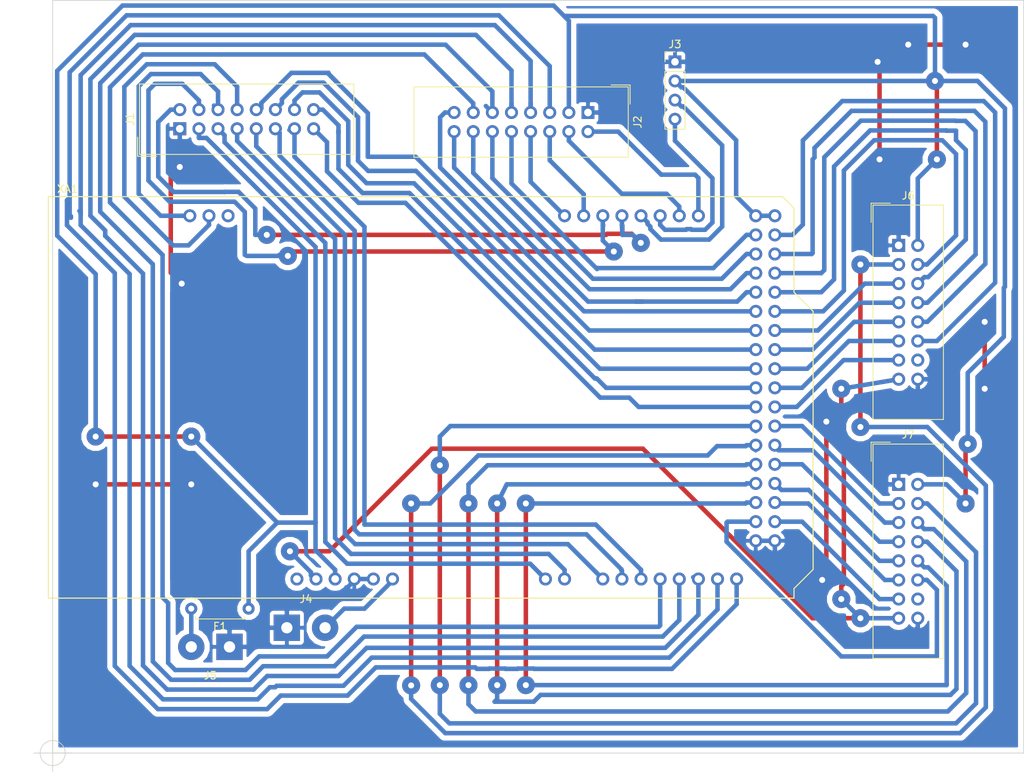
<source format=kicad_pcb>
(kicad_pcb (version 20171130) (host pcbnew "(5.0.1)-4")

  (general
    (thickness 1.6)
    (drawings 8)
    (tracks 672)
    (zones 0)
    (modules 9)
    (nets 64)
  )

  (page A4)
  (layers
    (0 F.Cu jumper)
    (31 B.Cu signal hide)
    (32 B.Adhes user hide)
    (33 F.Adhes user hide)
    (34 B.Paste user)
    (35 F.Paste user)
    (36 B.SilkS user hide)
    (37 F.SilkS user)
    (38 B.Mask user)
    (39 F.Mask user hide)
    (40 Dwgs.User user)
    (41 Cmts.User user)
    (42 Eco1.User user)
    (43 Eco2.User user)
    (44 Edge.Cuts user)
    (45 Margin user)
    (46 B.CrtYd user hide)
    (47 F.CrtYd user hide)
    (48 B.Fab user hide)
    (49 F.Fab user)
  )

  (setup
    (last_trace_width 0.6)
    (trace_clearance 0.7)
    (zone_clearance 0.508)
    (zone_45_only no)
    (trace_min 0.2)
    (segment_width 0.2)
    (edge_width 0.1)
    (via_size 2.4)
    (via_drill 0.8)
    (via_min_size 0.4)
    (via_min_drill 0.3)
    (uvia_size 0.3)
    (uvia_drill 0.1)
    (uvias_allowed no)
    (uvia_min_size 0.2)
    (uvia_min_drill 0.1)
    (pcb_text_width 0.3)
    (pcb_text_size 2 3)
    (mod_edge_width 0.15)
    (mod_text_size 1 1)
    (mod_text_width 0.15)
    (pad_size 1.5 1.5)
    (pad_drill 0.6)
    (pad_to_mask_clearance 0)
    (solder_mask_min_width 0.25)
    (aux_axis_origin 105.41 135.89)
    (visible_elements 7FFFFFFF)
    (pcbplotparams
      (layerselection 0x20000_7ffffffe)
      (usegerberextensions false)
      (usegerberattributes false)
      (usegerberadvancedattributes false)
      (creategerberjobfile false)
      (excludeedgelayer true)
      (linewidth 0.100000)
      (plotframeref false)
      (viasonmask false)
      (mode 1)
      (useauxorigin true)
      (hpglpennumber 1)
      (hpglpenspeed 20)
      (hpglpendiameter 15.000000)
      (psnegative false)
      (psa4output false)
      (plotreference true)
      (plotvalue true)
      (plotinvisibletext false)
      (padsonsilk false)
      (subtractmaskfromsilk false)
      (outputformat 1)
      (mirror false)
      (drillshape 0)
      (scaleselection 1)
      (outputdirectory "C:/Users/fabri/OneDrive/Serre_autonome/serre_autonome/"))
  )

  (net 0 "")
  (net 1 +5V)
  (net 2 "Net-(F1-Pad2)")
  (net 3 GND)
  (net 4 RX1)
  (net 5 TX1)
  (net 6 A1.0)
  (net 7 SDA1)
  (net 8 A1.1)
  (net 9 SCL1)
  (net 10 A1.2)
  (net 11 I1.0)
  (net 12 A1.3)
  (net 13 I1.1)
  (net 14 A1.4)
  (net 15 I1.2)
  (net 16 I1.4)
  (net 17 I1.3)
  (net 18 I2.3)
  (net 19 I2.4)
  (net 20 I2.2)
  (net 21 A2.4)
  (net 22 I2.1)
  (net 23 A2.3)
  (net 24 I2.0)
  (net 25 A2.2)
  (net 26 SCL2)
  (net 27 A2.1)
  (net 28 SDA2)
  (net 29 A2.0)
  (net 30 TX2)
  (net 31 RX2)
  (net 32 "Net-(J3-Pad3)")
  (net 33 "Net-(J3-Pad4)")
  (net 34 "Net-(J4-Pad2)")
  (net 35 +3V3)
  (net 36 "Net-(J6-Pad14)")
  (net 37 "Net-(J6-Pad11)")
  (net 38 "Net-(J7-Pad14)")
  (net 39 "Net-(XA1-PadRST1)")
  (net 40 "Net-(XA1-PadAREF)")
  (net 41 O1.10)
  (net 42 O1.9)
  (net 43 O1.8)
  (net 44 O1.7)
  (net 45 O1.6)
  (net 46 O1.5)
  (net 47 O1.4)
  (net 48 O1.3)
  (net 49 O1.2)
  (net 50 O1.1)
  (net 51 O1.0)
  (net 52 O2.0)
  (net 53 O2.1)
  (net 54 O2.2)
  (net 55 O2.3)
  (net 56 O2.4)
  (net 57 O2.5)
  (net 58 O2.6)
  (net 59 O2.7)
  (net 60 O2.8)
  (net 61 O2.9)
  (net 62 O2.10)
  (net 63 01.8)

  (net_class Default "Ceci est la Netclass par défaut."
    (clearance 0.7)
    (trace_width 0.6)
    (via_dia 2.4)
    (via_drill 0.8)
    (uvia_dia 0.3)
    (uvia_drill 0.1)
    (add_net +3V3)
    (add_net +5V)
    (add_net 01.8)
    (add_net A1.0)
    (add_net A1.1)
    (add_net A1.2)
    (add_net A1.3)
    (add_net A1.4)
    (add_net A2.0)
    (add_net A2.1)
    (add_net A2.2)
    (add_net A2.3)
    (add_net A2.4)
    (add_net GND)
    (add_net I1.0)
    (add_net I1.1)
    (add_net I1.2)
    (add_net I1.3)
    (add_net I1.4)
    (add_net I2.0)
    (add_net I2.1)
    (add_net I2.2)
    (add_net I2.3)
    (add_net I2.4)
    (add_net "Net-(F1-Pad2)")
    (add_net "Net-(J3-Pad3)")
    (add_net "Net-(J3-Pad4)")
    (add_net "Net-(J4-Pad2)")
    (add_net "Net-(J6-Pad11)")
    (add_net "Net-(J6-Pad14)")
    (add_net "Net-(J7-Pad14)")
    (add_net "Net-(XA1-PadAREF)")
    (add_net "Net-(XA1-PadRST1)")
    (add_net O1.0)
    (add_net O1.1)
    (add_net O1.10)
    (add_net O1.2)
    (add_net O1.3)
    (add_net O1.4)
    (add_net O1.5)
    (add_net O1.6)
    (add_net O1.7)
    (add_net O1.8)
    (add_net O1.9)
    (add_net O2.0)
    (add_net O2.1)
    (add_net O2.10)
    (add_net O2.2)
    (add_net O2.3)
    (add_net O2.4)
    (add_net O2.5)
    (add_net O2.6)
    (add_net O2.7)
    (add_net O2.8)
    (add_net O2.9)
    (add_net RX1)
    (add_net RX2)
    (add_net SCL1)
    (add_net SCL2)
    (add_net SDA1)
    (add_net SDA2)
    (add_net TX1)
    (add_net TX2)
  )

  (module Connector_IDC:IDC-Header_2x08_P2.54mm_Vertical (layer F.Cu) (tedit 5DC989B7) (tstamp 5DB6B696)
    (at 199.39 82.55)
    (descr "Through hole straight IDC box header, 2x08, 2.54mm pitch, double rows")
    (tags "Through hole IDC box header THT 2x08 2.54mm double row")
    (path /5DD516F4)
    (fp_text reference J6 (at 1.27 -6.604) (layer F.SilkS)
      (effects (font (size 1 1) (thickness 0.15)))
    )
    (fp_text value Output1 (at 9.61 -4.55 90) (layer F.Fab)
      (effects (font (size 3 3) (thickness 0.15)))
    )
    (fp_line (start -3.655 -5.6) (end -1.115 -5.6) (layer F.SilkS) (width 0.12))
    (fp_line (start -3.655 -5.6) (end -3.655 -3.06) (layer F.SilkS) (width 0.12))
    (fp_line (start -3.405 -5.35) (end 5.945 -5.35) (layer F.SilkS) (width 0.12))
    (fp_line (start -3.405 23.13) (end -3.405 -5.35) (layer F.SilkS) (width 0.12))
    (fp_line (start 5.945 23.13) (end -3.405 23.13) (layer F.SilkS) (width 0.12))
    (fp_line (start 5.945 -5.35) (end 5.945 23.13) (layer F.SilkS) (width 0.12))
    (fp_line (start -3.41 -5.35) (end 5.95 -5.35) (layer F.CrtYd) (width 0.05))
    (fp_line (start -3.41 23.13) (end -3.41 -5.35) (layer F.CrtYd) (width 0.05))
    (fp_line (start 5.95 23.13) (end -3.41 23.13) (layer F.CrtYd) (width 0.05))
    (fp_line (start 5.95 -5.35) (end 5.95 23.13) (layer F.CrtYd) (width 0.05))
    (fp_line (start -3.155 22.88) (end -2.605 22.32) (layer F.Fab) (width 0.1))
    (fp_line (start -3.155 -5.1) (end -2.605 -4.56) (layer F.Fab) (width 0.1))
    (fp_line (start 5.695 22.88) (end 5.145 22.32) (layer F.Fab) (width 0.1))
    (fp_line (start 5.695 -5.1) (end 5.145 -4.56) (layer F.Fab) (width 0.1))
    (fp_line (start 5.145 22.32) (end -2.605 22.32) (layer F.Fab) (width 0.1))
    (fp_line (start 5.695 22.88) (end -3.155 22.88) (layer F.Fab) (width 0.1))
    (fp_line (start 5.145 -4.56) (end -2.605 -4.56) (layer F.Fab) (width 0.1))
    (fp_line (start 5.695 -5.1) (end -3.155 -5.1) (layer F.Fab) (width 0.1))
    (fp_line (start -2.605 11.14) (end -3.155 11.14) (layer F.Fab) (width 0.1))
    (fp_line (start -2.605 6.64) (end -3.155 6.64) (layer F.Fab) (width 0.1))
    (fp_line (start -2.605 11.14) (end -2.605 22.32) (layer F.Fab) (width 0.1))
    (fp_line (start -2.605 -4.56) (end -2.605 6.64) (layer F.Fab) (width 0.1))
    (fp_line (start -3.155 -5.1) (end -3.155 22.88) (layer F.Fab) (width 0.1))
    (fp_line (start 5.145 -4.56) (end 5.145 22.32) (layer F.Fab) (width 0.1))
    (fp_line (start 5.695 -5.1) (end 5.695 22.88) (layer F.Fab) (width 0.1))
    (fp_text user %R (at 1.27 8.89) (layer F.Fab)
      (effects (font (size 1 1) (thickness 0.15)))
    )
    (pad 16 thru_hole oval (at 2.54 17.78) (size 1.7272 1.7272) (drill 1.016) (layers *.Cu *.Mask)
      (net 3 GND))
    (pad 15 thru_hole oval (at 0 17.78) (size 1.7272 1.7272) (drill 1.016) (layers *.Cu *.Mask)
      (net 35 +3V3))
    (pad 14 thru_hole oval (at 2.54 15.24) (size 1.7272 1.7272) (drill 1.016) (layers *.Cu *.Mask)
      (net 36 "Net-(J6-Pad14)"))
    (pad 13 thru_hole oval (at 0 15.24) (size 1.7272 1.7272) (drill 1.016) (layers *.Cu *.Mask)
      (net 41 O1.10))
    (pad 12 thru_hole oval (at 2.54 12.7) (size 1.7272 1.7272) (drill 1.016) (layers *.Cu *.Mask)
      (net 42 O1.9))
    (pad 11 thru_hole oval (at 0 12.7) (size 1.7272 1.7272) (drill 1.016) (layers *.Cu *.Mask)
      (net 43 O1.8))
    (pad 10 thru_hole oval (at 2.54 10.16) (size 1.7272 1.7272) (drill 1.016) (layers *.Cu *.Mask)
      (net 44 O1.7))
    (pad 9 thru_hole oval (at 0 10.16) (size 1.7272 1.7272) (drill 1.016) (layers *.Cu *.Mask)
      (net 45 O1.6))
    (pad 8 thru_hole oval (at 2.54 7.62) (size 1.7272 1.7272) (drill 1.016) (layers *.Cu *.Mask)
      (net 46 O1.5))
    (pad 7 thru_hole oval (at 0 7.62) (size 1.7272 1.7272) (drill 1.016) (layers *.Cu *.Mask)
      (net 47 O1.4))
    (pad 6 thru_hole oval (at 2.54 5.08) (size 1.7272 1.7272) (drill 1.016) (layers *.Cu *.Mask)
      (net 48 O1.3))
    (pad 5 thru_hole oval (at 0 5.08) (size 1.7272 1.7272) (drill 1.016) (layers *.Cu *.Mask)
      (net 49 O1.2))
    (pad 4 thru_hole oval (at 2.54 2.54) (size 1.7272 1.7272) (drill 1.016) (layers *.Cu *.Mask)
      (net 50 O1.1))
    (pad 3 thru_hole oval (at 0 2.54) (size 1.7272 1.7272) (drill 1.016) (layers *.Cu *.Mask)
      (net 51 O1.0))
    (pad 2 thru_hole oval (at 2.54 0) (size 1.7272 1.7272) (drill 1.016) (layers *.Cu *.Mask)
      (net 1 +5V))
    (pad 1 thru_hole rect (at 0 0) (size 1.7272 1.7272) (drill 1.016) (layers *.Cu *.Mask)
      (net 3 GND))
    (model ${KISYS3DMOD}/Connector_IDC.3dshapes/IDC-Header_2x08_P2.54mm_Vertical.wrl
      (at (xyz 0 0 0))
      (scale (xyz 1 1 1))
      (rotate (xyz 0 0 0))
    )
  )

  (module Arduino:Arduino_Mega2560_Shield (layer F.Cu) (tedit 5DC98938) (tstamp 5DB6B73C)
    (at 86.425001 129.415001)
    (descr https://store.arduino.cc/arduino-mega-2560-rev3)
    (path /5DB5F2D7)
    (fp_text reference XA1 (at 2.54 -54.356) (layer F.SilkS)
      (effects (font (size 1 1) (thickness 0.15)))
    )
    (fp_text value Arduino_Mega2560_Shield (at 42.574999 -37.415001) (layer F.Fab)
      (effects (font (size 2 2) (thickness 0.15)))
    )
    (fp_line (start 9.525 -32.385) (end -6.35 -32.385) (layer B.CrtYd) (width 0.15))
    (fp_line (start 9.525 -43.815) (end -6.35 -43.815) (layer B.CrtYd) (width 0.15))
    (fp_line (start 9.525 -43.815) (end 9.525 -32.385) (layer B.CrtYd) (width 0.15))
    (fp_line (start -6.35 -43.815) (end -6.35 -32.385) (layer B.CrtYd) (width 0.15))
    (fp_line (start 11.43 -12.065) (end 11.43 -3.175) (layer B.CrtYd) (width 0.15))
    (fp_line (start -1.905 -3.175) (end 11.43 -3.175) (layer B.CrtYd) (width 0.15))
    (fp_line (start -1.905 -12.065) (end -1.905 -3.175) (layer B.CrtYd) (width 0.15))
    (fp_line (start -1.905 -12.065) (end 11.43 -12.065) (layer B.CrtYd) (width 0.15))
    (fp_line (start 0 -53.34) (end 0 0) (layer F.SilkS) (width 0.15))
    (fp_line (start 99.06 -40.64) (end 99.06 -51.816) (layer F.SilkS) (width 0.15))
    (fp_line (start 101.6 -38.1) (end 99.06 -40.64) (layer F.SilkS) (width 0.15))
    (fp_line (start 101.6 -3.81) (end 101.6 -38.1) (layer F.SilkS) (width 0.15))
    (fp_line (start 99.06 -1.27) (end 101.6 -3.81) (layer F.SilkS) (width 0.15))
    (fp_line (start 99.06 0) (end 99.06 -1.27) (layer F.SilkS) (width 0.15))
    (fp_line (start 97.536 -53.34) (end 99.06 -51.816) (layer F.SilkS) (width 0.15))
    (fp_line (start 0 0) (end 99.06 0) (layer F.SilkS) (width 0.15))
    (fp_line (start 0 -53.34) (end 97.536 -53.34) (layer F.SilkS) (width 0.15))
    (pad VIN thru_hole oval (at 45.72 -2.54) (size 1.7272 1.7272) (drill 1.016) (layers *.Cu *.Mask)
      (net 34 "Net-(J4-Pad2)"))
    (pad GND3 thru_hole oval (at 43.18 -2.54) (size 1.7272 1.7272) (drill 1.016) (layers *.Cu *.Mask)
      (net 3 GND))
    (pad GND2 thru_hole oval (at 40.64 -2.54) (size 1.7272 1.7272) (drill 1.016) (layers *.Cu *.Mask)
      (net 3 GND))
    (pad 5V1 thru_hole oval (at 38.1 -2.54) (size 1.7272 1.7272) (drill 1.016) (layers *.Cu *.Mask)
      (net 1 +5V))
    (pad 3V3 thru_hole oval (at 35.56 -2.54) (size 1.7272 1.7272) (drill 1.016) (layers *.Cu *.Mask)
      (net 35 +3V3))
    (pad RST1 thru_hole oval (at 33.02 -2.54) (size 1.7272 1.7272) (drill 1.016) (layers *.Cu *.Mask)
      (net 39 "Net-(XA1-PadRST1)"))
    (pad D21 thru_hole oval (at 86.36 -50.8) (size 1.7272 1.7272) (drill 1.016) (layers *.Cu *.Mask)
      (net 26 SCL2))
    (pad D20 thru_hole oval (at 83.82 -50.8) (size 1.7272 1.7272) (drill 1.016) (layers *.Cu *.Mask)
      (net 28 SDA2))
    (pad D19 thru_hole oval (at 81.28 -50.8) (size 1.7272 1.7272) (drill 1.016) (layers *.Cu *.Mask)
      (net 33 "Net-(J3-Pad4)"))
    (pad D18 thru_hole oval (at 78.74 -50.8) (size 1.7272 1.7272) (drill 1.016) (layers *.Cu *.Mask)
      (net 32 "Net-(J3-Pad3)"))
    (pad D17 thru_hole oval (at 76.2 -50.8) (size 1.7272 1.7272) (drill 1.016) (layers *.Cu *.Mask)
      (net 4 RX1))
    (pad D16 thru_hole oval (at 73.66 -50.8) (size 1.7272 1.7272) (drill 1.016) (layers *.Cu *.Mask)
      (net 5 TX1))
    (pad D15 thru_hole oval (at 71.12 -50.8) (size 1.7272 1.7272) (drill 1.016) (layers *.Cu *.Mask)
      (net 31 RX2))
    (pad D14 thru_hole oval (at 68.58 -50.8) (size 1.7272 1.7272) (drill 1.016) (layers *.Cu *.Mask)
      (net 30 TX2))
    (pad SCL thru_hole oval (at 18.796 -50.8) (size 1.7272 1.7272) (drill 1.016) (layers *.Cu *.Mask)
      (net 9 SCL1))
    (pad SDA thru_hole oval (at 21.336 -50.8) (size 1.7272 1.7272) (drill 1.016) (layers *.Cu *.Mask)
      (net 7 SDA1))
    (pad AREF thru_hole oval (at 23.876 -50.8) (size 1.7272 1.7272) (drill 1.016) (layers *.Cu *.Mask)
      (net 40 "Net-(XA1-PadAREF)"))
    (pad A6 thru_hole oval (at 66.04 -2.54) (size 1.7272 1.7272) (drill 1.016) (layers *.Cu *.Mask)
      (net 6 A1.0))
    (pad A7 thru_hole oval (at 68.58 -2.54) (size 1.7272 1.7272) (drill 1.016) (layers *.Cu *.Mask)
      (net 8 A1.1))
    (pad A8 thru_hole oval (at 73.66 -2.54) (size 1.7272 1.7272) (drill 1.016) (layers *.Cu *.Mask)
      (net 10 A1.2))
    (pad A9 thru_hole oval (at 76.2 -2.54) (size 1.7272 1.7272) (drill 1.016) (layers *.Cu *.Mask)
      (net 12 A1.3))
    (pad A10 thru_hole oval (at 78.74 -2.54) (size 1.7272 1.7272) (drill 1.016) (layers *.Cu *.Mask)
      (net 14 A1.4))
    (pad A11 thru_hole oval (at 81.28 -2.54) (size 1.7272 1.7272) (drill 1.016) (layers *.Cu *.Mask)
      (net 29 A2.0))
    (pad A12 thru_hole oval (at 83.82 -2.54) (size 1.7272 1.7272) (drill 1.016) (layers *.Cu *.Mask)
      (net 27 A2.1))
    (pad A13 thru_hole oval (at 86.36 -2.54) (size 1.7272 1.7272) (drill 1.016) (layers *.Cu *.Mask)
      (net 25 A2.2))
    (pad A14 thru_hole oval (at 88.9 -2.54) (size 1.7272 1.7272) (drill 1.016) (layers *.Cu *.Mask)
      (net 23 A2.3))
    (pad A15 thru_hole oval (at 91.44 -2.54) (size 1.7272 1.7272) (drill 1.016) (layers *.Cu *.Mask)
      (net 21 A2.4))
    (pad 5V3 thru_hole oval (at 93.98 -50.8) (size 1.7272 1.7272) (drill 1.016) (layers *.Cu *.Mask)
      (net 1 +5V))
    (pad 5V4 thru_hole oval (at 96.52 -50.8) (size 1.7272 1.7272) (drill 1.016) (layers *.Cu *.Mask)
      (net 1 +5V))
    (pad D22 thru_hole oval (at 93.98 -48.26) (size 1.7272 1.7272) (drill 1.016) (layers *.Cu *.Mask)
      (net 24 I2.0))
    (pad D23 thru_hole oval (at 96.52 -48.26) (size 1.7272 1.7272) (drill 1.016) (layers *.Cu *.Mask)
      (net 42 O1.9))
    (pad D24 thru_hole oval (at 93.98 -45.72) (size 1.7272 1.7272) (drill 1.016) (layers *.Cu *.Mask)
      (net 22 I2.1))
    (pad D25 thru_hole oval (at 96.52 -45.72) (size 1.7272 1.7272) (drill 1.016) (layers *.Cu *.Mask)
      (net 44 O1.7))
    (pad D26 thru_hole oval (at 93.98 -43.18) (size 1.7272 1.7272) (drill 1.016) (layers *.Cu *.Mask)
      (net 20 I2.2))
    (pad D27 thru_hole oval (at 96.52 -43.18) (size 1.7272 1.7272) (drill 1.016) (layers *.Cu *.Mask)
      (net 46 O1.5))
    (pad D28 thru_hole oval (at 93.98 -40.64) (size 1.7272 1.7272) (drill 1.016) (layers *.Cu *.Mask)
      (net 18 I2.3))
    (pad D29 thru_hole oval (at 96.52 -40.64) (size 1.7272 1.7272) (drill 1.016) (layers *.Cu *.Mask)
      (net 48 O1.3))
    (pad D30 thru_hole oval (at 93.98 -38.1) (size 1.7272 1.7272) (drill 1.016) (layers *.Cu *.Mask)
      (net 19 I2.4))
    (pad D31 thru_hole oval (at 96.52 -38.1) (size 1.7272 1.7272) (drill 1.016) (layers *.Cu *.Mask)
      (net 50 O1.1))
    (pad D32 thru_hole oval (at 93.98 -35.56) (size 1.7272 1.7272) (drill 1.016) (layers *.Cu *.Mask)
      (net 11 I1.0))
    (pad D33 thru_hole oval (at 96.52 -35.56) (size 1.7272 1.7272) (drill 1.016) (layers *.Cu *.Mask)
      (net 49 O1.2))
    (pad D34 thru_hole oval (at 93.98 -33.02) (size 1.7272 1.7272) (drill 1.016) (layers *.Cu *.Mask)
      (net 13 I1.1))
    (pad D35 thru_hole oval (at 96.52 -33.02) (size 1.7272 1.7272) (drill 1.016) (layers *.Cu *.Mask)
      (net 47 O1.4))
    (pad D36 thru_hole oval (at 93.98 -30.48) (size 1.7272 1.7272) (drill 1.016) (layers *.Cu *.Mask)
      (net 15 I1.2))
    (pad D37 thru_hole oval (at 96.52 -30.48) (size 1.7272 1.7272) (drill 1.016) (layers *.Cu *.Mask)
      (net 45 O1.6))
    (pad D38 thru_hole oval (at 93.98 -27.94) (size 1.7272 1.7272) (drill 1.016) (layers *.Cu *.Mask)
      (net 17 I1.3))
    (pad D39 thru_hole oval (at 96.52 -27.94) (size 1.7272 1.7272) (drill 1.016) (layers *.Cu *.Mask)
      (net 63 01.8))
    (pad D40 thru_hole oval (at 93.98 -25.4) (size 1.7272 1.7272) (drill 1.016) (layers *.Cu *.Mask)
      (net 16 I1.4))
    (pad D41 thru_hole oval (at 96.52 -25.4) (size 1.7272 1.7272) (drill 1.016) (layers *.Cu *.Mask)
      (net 41 O1.10))
    (pad D42 thru_hole oval (at 93.98 -22.86) (size 1.7272 1.7272) (drill 1.016) (layers *.Cu *.Mask)
      (net 53 O2.1))
    (pad D43 thru_hole oval (at 96.52 -22.86) (size 1.7272 1.7272) (drill 1.016) (layers *.Cu *.Mask)
      (net 52 O2.0))
    (pad D44 thru_hole oval (at 93.98 -20.32) (size 1.7272 1.7272) (drill 1.016) (layers *.Cu *.Mask)
      (net 51 O1.0))
    (pad D45 thru_hole oval (at 96.52 -20.32) (size 1.7272 1.7272) (drill 1.016) (layers *.Cu *.Mask)
      (net 54 O2.2))
    (pad D46 thru_hole oval (at 93.98 -17.78) (size 1.7272 1.7272) (drill 1.016) (layers *.Cu *.Mask)
      (net 55 O2.3))
    (pad D47 thru_hole oval (at 96.52 -17.78) (size 1.7272 1.7272) (drill 1.016) (layers *.Cu *.Mask)
      (net 56 O2.4))
    (pad D48 thru_hole oval (at 93.98 -15.24) (size 1.7272 1.7272) (drill 1.016) (layers *.Cu *.Mask)
      (net 57 O2.5))
    (pad D49 thru_hole oval (at 96.52 -15.24) (size 1.7272 1.7272) (drill 1.016) (layers *.Cu *.Mask)
      (net 58 O2.6))
    (pad D50 thru_hole oval (at 93.98 -12.7) (size 1.7272 1.7272) (drill 1.016) (layers *.Cu *.Mask)
      (net 59 O2.7))
    (pad D51 thru_hole oval (at 96.52 -12.7) (size 1.7272 1.7272) (drill 1.016) (layers *.Cu *.Mask)
      (net 60 O2.8))
    (pad D52 thru_hole oval (at 93.98 -10.16) (size 1.7272 1.7272) (drill 1.016) (layers *.Cu *.Mask)
      (net 61 O2.9))
    (pad D53 thru_hole oval (at 96.52 -10.16) (size 1.7272 1.7272) (drill 1.016) (layers *.Cu *.Mask)
      (net 62 O2.10))
    (pad GND5 thru_hole oval (at 93.98 -7.62) (size 1.7272 1.7272) (drill 1.016) (layers *.Cu *.Mask)
      (net 3 GND))
    (pad GND6 thru_hole oval (at 96.52 -7.62) (size 1.7272 1.7272) (drill 1.016) (layers *.Cu *.Mask)
      (net 3 GND))
  )

  (module Resistor_THT:R_Axial_DIN0207_L6.3mm_D2.5mm_P7.62mm_Horizontal (layer F.Cu) (tedit 5DC98969) (tstamp 5DB6B5DE)
    (at 113.03 130.81 180)
    (descr "Resistor, Axial_DIN0207 series, Axial, Horizontal, pin pitch=7.62mm, 0.25W = 1/4W, length*diameter=6.3*2.5mm^2, http://cdn-reichelt.de/documents/datenblatt/B400/1_4W%23YAG.pdf")
    (tags "Resistor Axial_DIN0207 series Axial Horizontal pin pitch 7.62mm 0.25W = 1/4W length 6.3mm diameter 2.5mm")
    (path /5DB5FB8D)
    (fp_text reference F1 (at 3.81 -2.37 180) (layer F.SilkS)
      (effects (font (size 1 1) (thickness 0.15)))
    )
    (fp_text value Fuse (at 4.03 5.81 180) (layer F.Fab)
      (effects (font (size 2 2) (thickness 0.15)))
    )
    (fp_line (start 0.66 -1.25) (end 0.66 1.25) (layer F.Fab) (width 0.1))
    (fp_line (start 0.66 1.25) (end 6.96 1.25) (layer F.Fab) (width 0.1))
    (fp_line (start 6.96 1.25) (end 6.96 -1.25) (layer F.Fab) (width 0.1))
    (fp_line (start 6.96 -1.25) (end 0.66 -1.25) (layer F.Fab) (width 0.1))
    (fp_line (start 0 0) (end 0.66 0) (layer F.Fab) (width 0.1))
    (fp_line (start 7.62 0) (end 6.96 0) (layer F.Fab) (width 0.1))
    (fp_line (start 0.54 -1.04) (end 0.54 -1.37) (layer F.SilkS) (width 0.12))
    (fp_line (start 0.54 -1.37) (end 7.08 -1.37) (layer F.SilkS) (width 0.12))
    (fp_line (start 7.08 -1.37) (end 7.08 -1.04) (layer F.SilkS) (width 0.12))
    (fp_line (start 0.54 1.04) (end 0.54 1.37) (layer F.SilkS) (width 0.12))
    (fp_line (start 0.54 1.37) (end 7.08 1.37) (layer F.SilkS) (width 0.12))
    (fp_line (start 7.08 1.37) (end 7.08 1.04) (layer F.SilkS) (width 0.12))
    (fp_line (start -1.05 -1.5) (end -1.05 1.5) (layer F.CrtYd) (width 0.05))
    (fp_line (start -1.05 1.5) (end 8.67 1.5) (layer F.CrtYd) (width 0.05))
    (fp_line (start 8.67 1.5) (end 8.67 -1.5) (layer F.CrtYd) (width 0.05))
    (fp_line (start 8.67 -1.5) (end -1.05 -1.5) (layer F.CrtYd) (width 0.05))
    (fp_text user %R (at 3.81 2.81 180) (layer F.Fab)
      (effects (font (size 2 2) (thickness 0.15)))
    )
    (pad 1 thru_hole circle (at 0 0 180) (size 1.6 1.6) (drill 0.8) (layers *.Cu *.Mask)
      (net 1 +5V))
    (pad 2 thru_hole oval (at 7.62 0 180) (size 1.6 1.6) (drill 0.8) (layers *.Cu *.Mask)
      (net 2 "Net-(F1-Pad2)"))
    (model ${KISYS3DMOD}/Resistor_THT.3dshapes/R_Axial_DIN0207_L6.3mm_D2.5mm_P7.62mm_Horizontal.wrl
      (at (xyz 0 0 0))
      (scale (xyz 1 1 1))
      (rotate (xyz 0 0 0))
    )
  )

  (module Connector_IDC:IDC-Header_2x08_P2.54mm_Vertical (layer F.Cu) (tedit 5DC98927) (tstamp 5DB6B60C)
    (at 103.886 67.056 90)
    (descr "Through hole straight IDC box header, 2x08, 2.54mm pitch, double rows")
    (tags "Through hole IDC box header THT 2x08 2.54mm double row")
    (path /5DB601A1)
    (fp_text reference J1 (at 1.27 -6.604 90) (layer F.SilkS)
      (effects (font (size 1 1) (thickness 0.15)))
    )
    (fp_text value Input1 (at 9.056 9.114) (layer F.Fab)
      (effects (font (size 3 3) (thickness 0.15)))
    )
    (fp_line (start -3.655 -5.6) (end -1.115 -5.6) (layer F.SilkS) (width 0.12))
    (fp_line (start -3.655 -5.6) (end -3.655 -3.06) (layer F.SilkS) (width 0.12))
    (fp_line (start -3.405 -5.35) (end 5.945 -5.35) (layer F.SilkS) (width 0.12))
    (fp_line (start -3.405 23.13) (end -3.405 -5.35) (layer F.SilkS) (width 0.12))
    (fp_line (start 5.945 23.13) (end -3.405 23.13) (layer F.SilkS) (width 0.12))
    (fp_line (start 5.945 -5.35) (end 5.945 23.13) (layer F.SilkS) (width 0.12))
    (fp_line (start -3.41 -5.35) (end 5.95 -5.35) (layer F.CrtYd) (width 0.05))
    (fp_line (start -3.41 23.13) (end -3.41 -5.35) (layer F.CrtYd) (width 0.05))
    (fp_line (start 5.95 23.13) (end -3.41 23.13) (layer F.CrtYd) (width 0.05))
    (fp_line (start 5.95 -5.35) (end 5.95 23.13) (layer F.CrtYd) (width 0.05))
    (fp_line (start -3.155 22.88) (end -2.605 22.32) (layer F.Fab) (width 0.1))
    (fp_line (start -3.155 -5.1) (end -2.605 -4.56) (layer F.Fab) (width 0.1))
    (fp_line (start 5.695 22.88) (end 5.145 22.32) (layer F.Fab) (width 0.1))
    (fp_line (start 5.695 -5.1) (end 5.145 -4.56) (layer F.Fab) (width 0.1))
    (fp_line (start 5.145 22.32) (end -2.605 22.32) (layer F.Fab) (width 0.1))
    (fp_line (start 5.695 22.88) (end -3.155 22.88) (layer F.Fab) (width 0.1))
    (fp_line (start 5.145 -4.56) (end -2.605 -4.56) (layer F.Fab) (width 0.1))
    (fp_line (start 5.695 -5.1) (end -3.155 -5.1) (layer F.Fab) (width 0.1))
    (fp_line (start -2.605 11.14) (end -3.155 11.14) (layer F.Fab) (width 0.1))
    (fp_line (start -2.605 6.64) (end -3.155 6.64) (layer F.Fab) (width 0.1))
    (fp_line (start -2.605 11.14) (end -2.605 22.32) (layer F.Fab) (width 0.1))
    (fp_line (start -2.605 -4.56) (end -2.605 6.64) (layer F.Fab) (width 0.1))
    (fp_line (start -3.155 -5.1) (end -3.155 22.88) (layer F.Fab) (width 0.1))
    (fp_line (start 5.145 -4.56) (end 5.145 22.32) (layer F.Fab) (width 0.1))
    (fp_line (start 5.695 -5.1) (end 5.695 22.88) (layer F.Fab) (width 0.1))
    (fp_text user %R (at 1.27 8.89 90) (layer F.Fab)
      (effects (font (size 1 1) (thickness 0.15)))
    )
    (pad 16 thru_hole oval (at 2.54 17.78 90) (size 1.7272 1.7272) (drill 1.016) (layers *.Cu *.Mask)
      (net 17 I1.3))
    (pad 15 thru_hole oval (at 0 17.78 90) (size 1.7272 1.7272) (drill 1.016) (layers *.Cu *.Mask)
      (net 16 I1.4))
    (pad 14 thru_hole oval (at 2.54 15.24 90) (size 1.7272 1.7272) (drill 1.016) (layers *.Cu *.Mask)
      (net 15 I1.2))
    (pad 13 thru_hole oval (at 0 15.24 90) (size 1.7272 1.7272) (drill 1.016) (layers *.Cu *.Mask)
      (net 14 A1.4))
    (pad 12 thru_hole oval (at 2.54 12.7 90) (size 1.7272 1.7272) (drill 1.016) (layers *.Cu *.Mask)
      (net 13 I1.1))
    (pad 11 thru_hole oval (at 0 12.7 90) (size 1.7272 1.7272) (drill 1.016) (layers *.Cu *.Mask)
      (net 12 A1.3))
    (pad 10 thru_hole oval (at 2.54 10.16 90) (size 1.7272 1.7272) (drill 1.016) (layers *.Cu *.Mask)
      (net 11 I1.0))
    (pad 9 thru_hole oval (at 0 10.16 90) (size 1.7272 1.7272) (drill 1.016) (layers *.Cu *.Mask)
      (net 10 A1.2))
    (pad 8 thru_hole oval (at 2.54 7.62 90) (size 1.7272 1.7272) (drill 1.016) (layers *.Cu *.Mask)
      (net 7 SDA1))
    (pad 7 thru_hole oval (at 0 7.62 90) (size 1.7272 1.7272) (drill 1.016) (layers *.Cu *.Mask)
      (net 8 A1.1))
    (pad 6 thru_hole oval (at 2.54 5.08 90) (size 1.7272 1.7272) (drill 1.016) (layers *.Cu *.Mask)
      (net 9 SCL1))
    (pad 5 thru_hole oval (at 0 5.08 90) (size 1.7272 1.7272) (drill 1.016) (layers *.Cu *.Mask)
      (net 6 A1.0))
    (pad 4 thru_hole oval (at 2.54 2.54 90) (size 1.7272 1.7272) (drill 1.016) (layers *.Cu *.Mask)
      (net 5 TX1))
    (pad 3 thru_hole oval (at 0 2.54 90) (size 1.7272 1.7272) (drill 1.016) (layers *.Cu *.Mask)
      (net 1 +5V))
    (pad 2 thru_hole oval (at 2.54 0 90) (size 1.7272 1.7272) (drill 1.016) (layers *.Cu *.Mask)
      (net 4 RX1))
    (pad 1 thru_hole rect (at 0 0 90) (size 1.7272 1.7272) (drill 1.016) (layers *.Cu *.Mask)
      (net 3 GND))
    (model ${KISYS3DMOD}/Connector_IDC.3dshapes/IDC-Header_2x08_P2.54mm_Vertical.wrl
      (at (xyz 0 0 0))
      (scale (xyz 1 1 1))
      (rotate (xyz 0 0 0))
    )
  )

  (module Connector_IDC:IDC-Header_2x08_P2.54mm_Vertical (layer F.Cu) (tedit 5DC988F2) (tstamp 5DB6B63A)
    (at 158.115 64.897 270)
    (descr "Through hole straight IDC box header, 2x08, 2.54mm pitch, double rows")
    (tags "Through hole IDC box header THT 2x08 2.54mm double row")
    (path /5E3E5842)
    (fp_text reference J2 (at 1.27 -6.604 270) (layer F.SilkS)
      (effects (font (size 1 1) (thickness 0.15)))
    )
    (fp_text value Input2 (at -6.897 9.115) (layer F.Fab)
      (effects (font (size 3 3) (thickness 0.15)))
    )
    (fp_line (start -3.655 -5.6) (end -1.115 -5.6) (layer F.SilkS) (width 0.12))
    (fp_line (start -3.655 -5.6) (end -3.655 -3.06) (layer F.SilkS) (width 0.12))
    (fp_line (start -3.405 -5.35) (end 5.945 -5.35) (layer F.SilkS) (width 0.12))
    (fp_line (start -3.405 23.13) (end -3.405 -5.35) (layer F.SilkS) (width 0.12))
    (fp_line (start 5.945 23.13) (end -3.405 23.13) (layer F.SilkS) (width 0.12))
    (fp_line (start 5.945 -5.35) (end 5.945 23.13) (layer F.SilkS) (width 0.12))
    (fp_line (start -3.41 -5.35) (end 5.95 -5.35) (layer F.CrtYd) (width 0.05))
    (fp_line (start -3.41 23.13) (end -3.41 -5.35) (layer F.CrtYd) (width 0.05))
    (fp_line (start 5.95 23.13) (end -3.41 23.13) (layer F.CrtYd) (width 0.05))
    (fp_line (start 5.95 -5.35) (end 5.95 23.13) (layer F.CrtYd) (width 0.05))
    (fp_line (start -3.155 22.88) (end -2.605 22.32) (layer F.Fab) (width 0.1))
    (fp_line (start -3.155 -5.1) (end -2.605 -4.56) (layer F.Fab) (width 0.1))
    (fp_line (start 5.695 22.88) (end 5.145 22.32) (layer F.Fab) (width 0.1))
    (fp_line (start 5.695 -5.1) (end 5.145 -4.56) (layer F.Fab) (width 0.1))
    (fp_line (start 5.145 22.32) (end -2.605 22.32) (layer F.Fab) (width 0.1))
    (fp_line (start 5.695 22.88) (end -3.155 22.88) (layer F.Fab) (width 0.1))
    (fp_line (start 5.145 -4.56) (end -2.605 -4.56) (layer F.Fab) (width 0.1))
    (fp_line (start 5.695 -5.1) (end -3.155 -5.1) (layer F.Fab) (width 0.1))
    (fp_line (start -2.605 11.14) (end -3.155 11.14) (layer F.Fab) (width 0.1))
    (fp_line (start -2.605 6.64) (end -3.155 6.64) (layer F.Fab) (width 0.1))
    (fp_line (start -2.605 11.14) (end -2.605 22.32) (layer F.Fab) (width 0.1))
    (fp_line (start -2.605 -4.56) (end -2.605 6.64) (layer F.Fab) (width 0.1))
    (fp_line (start -3.155 -5.1) (end -3.155 22.88) (layer F.Fab) (width 0.1))
    (fp_line (start 5.145 -4.56) (end 5.145 22.32) (layer F.Fab) (width 0.1))
    (fp_line (start 5.695 -5.1) (end 5.695 22.88) (layer F.Fab) (width 0.1))
    (fp_text user %R (at 1.27 8.89 270) (layer F.Fab)
      (effects (font (size 1 1) (thickness 0.15)))
    )
    (pad 16 thru_hole oval (at 2.54 17.78 270) (size 1.7272 1.7272) (drill 1.016) (layers *.Cu *.Mask)
      (net 18 I2.3))
    (pad 15 thru_hole oval (at 0 17.78 270) (size 1.7272 1.7272) (drill 1.016) (layers *.Cu *.Mask)
      (net 19 I2.4))
    (pad 14 thru_hole oval (at 2.54 15.24 270) (size 1.7272 1.7272) (drill 1.016) (layers *.Cu *.Mask)
      (net 20 I2.2))
    (pad 13 thru_hole oval (at 0 15.24 270) (size 1.7272 1.7272) (drill 1.016) (layers *.Cu *.Mask)
      (net 29 A2.0))
    (pad 12 thru_hole oval (at 2.54 12.7 270) (size 1.7272 1.7272) (drill 1.016) (layers *.Cu *.Mask)
      (net 22 I2.1))
    (pad 11 thru_hole oval (at 0 12.7 270) (size 1.7272 1.7272) (drill 1.016) (layers *.Cu *.Mask)
      (net 27 A2.1))
    (pad 10 thru_hole oval (at 2.54 10.16 270) (size 1.7272 1.7272) (drill 1.016) (layers *.Cu *.Mask)
      (net 24 I2.0))
    (pad 9 thru_hole oval (at 0 10.16 270) (size 1.7272 1.7272) (drill 1.016) (layers *.Cu *.Mask)
      (net 25 A2.2))
    (pad 8 thru_hole oval (at 2.54 7.62 270) (size 1.7272 1.7272) (drill 1.016) (layers *.Cu *.Mask)
      (net 30 TX2))
    (pad 7 thru_hole oval (at 0 7.62 270) (size 1.7272 1.7272) (drill 1.016) (layers *.Cu *.Mask)
      (net 23 A2.3))
    (pad 6 thru_hole oval (at 2.54 5.08 270) (size 1.7272 1.7272) (drill 1.016) (layers *.Cu *.Mask)
      (net 31 RX2))
    (pad 5 thru_hole oval (at 0 5.08 270) (size 1.7272 1.7272) (drill 1.016) (layers *.Cu *.Mask)
      (net 21 A2.4))
    (pad 4 thru_hole oval (at 2.54 2.54 270) (size 1.7272 1.7272) (drill 1.016) (layers *.Cu *.Mask)
      (net 28 SDA2))
    (pad 3 thru_hole oval (at 0 2.54 270) (size 1.7272 1.7272) (drill 1.016) (layers *.Cu *.Mask)
      (net 1 +5V))
    (pad 2 thru_hole oval (at 2.54 0 270) (size 1.7272 1.7272) (drill 1.016) (layers *.Cu *.Mask)
      (net 26 SCL2))
    (pad 1 thru_hole rect (at 0 0 270) (size 1.7272 1.7272) (drill 1.016) (layers *.Cu *.Mask)
      (net 3 GND))
    (model ${KISYS3DMOD}/Connector_IDC.3dshapes/IDC-Header_2x08_P2.54mm_Vertical.wrl
      (at (xyz 0 0 0))
      (scale (xyz 1 1 1))
      (rotate (xyz 0 0 0))
    )
  )

  (module Connector_PinHeader_2.54mm:PinHeader_1x04_P2.54mm_Vertical (layer F.Cu) (tedit 5DC98A1E) (tstamp 5DB6B652)
    (at 169.672 58.166)
    (descr "Through hole straight pin header, 1x04, 2.54mm pitch, single row")
    (tags "Through hole pin header THT 1x04 2.54mm single row")
    (path /5DB5F5CF)
    (fp_text reference J3 (at 0 -2.33) (layer F.SilkS)
      (effects (font (size 1 1) (thickness 0.15)))
    )
    (fp_text value Esp8266 (at 5.328 4.834 90) (layer F.Fab)
      (effects (font (size 3 3) (thickness 0.15)))
    )
    (fp_line (start -0.635 -1.27) (end 1.27 -1.27) (layer F.Fab) (width 0.1))
    (fp_line (start 1.27 -1.27) (end 1.27 8.89) (layer F.Fab) (width 0.1))
    (fp_line (start 1.27 8.89) (end -1.27 8.89) (layer F.Fab) (width 0.1))
    (fp_line (start -1.27 8.89) (end -1.27 -0.635) (layer F.Fab) (width 0.1))
    (fp_line (start -1.27 -0.635) (end -0.635 -1.27) (layer F.Fab) (width 0.1))
    (fp_line (start -1.33 8.95) (end 1.33 8.95) (layer F.SilkS) (width 0.12))
    (fp_line (start -1.33 1.27) (end -1.33 8.95) (layer F.SilkS) (width 0.12))
    (fp_line (start 1.33 1.27) (end 1.33 8.95) (layer F.SilkS) (width 0.12))
    (fp_line (start -1.33 1.27) (end 1.33 1.27) (layer F.SilkS) (width 0.12))
    (fp_line (start -1.33 0) (end -1.33 -1.33) (layer F.SilkS) (width 0.12))
    (fp_line (start -1.33 -1.33) (end 0 -1.33) (layer F.SilkS) (width 0.12))
    (fp_line (start -1.8 -1.8) (end -1.8 9.4) (layer F.CrtYd) (width 0.05))
    (fp_line (start -1.8 9.4) (end 1.8 9.4) (layer F.CrtYd) (width 0.05))
    (fp_line (start 1.8 9.4) (end 1.8 -1.8) (layer F.CrtYd) (width 0.05))
    (fp_line (start 1.8 -1.8) (end -1.8 -1.8) (layer F.CrtYd) (width 0.05))
    (fp_text user %R (at 0 3.81 90) (layer F.Fab)
      (effects (font (size 1 1) (thickness 0.15)))
    )
    (pad 1 thru_hole rect (at 0 0) (size 1.7 1.7) (drill 1) (layers *.Cu *.Mask)
      (net 3 GND))
    (pad 2 thru_hole oval (at 0 2.54) (size 1.7 1.7) (drill 1) (layers *.Cu *.Mask)
      (net 1 +5V))
    (pad 3 thru_hole oval (at 0 5.08) (size 1.7 1.7) (drill 1) (layers *.Cu *.Mask)
      (net 32 "Net-(J3-Pad3)"))
    (pad 4 thru_hole oval (at 0 7.62) (size 1.7 1.7) (drill 1) (layers *.Cu *.Mask)
      (net 33 "Net-(J3-Pad4)"))
    (model ${KISYS3DMOD}/Connector_PinHeader_2.54mm.3dshapes/PinHeader_1x04_P2.54mm_Vertical.wrl
      (at (xyz 0 0 0))
      (scale (xyz 1 1 1))
      (rotate (xyz 0 0 0))
    )
  )

  (module Connector_Wire:SolderWirePad_1x02_P5.08mm_Drill1.5mm (layer F.Cu) (tedit 5DC9897F) (tstamp 5DB6B65D)
    (at 118.11 133.35)
    (descr "Wire solder connection")
    (tags connector)
    (path /5DD42E3D)
    (attr virtual)
    (fp_text reference J4 (at 2.54 -3.81) (layer F.SilkS)
      (effects (font (size 1 1) (thickness 0.15)))
    )
    (fp_text value Vin (at 2.54 6.65) (layer F.Fab)
      (effects (font (size 3 3) (thickness 0.15)))
    )
    (fp_line (start 7.33 2.25) (end -2.25 2.25) (layer F.CrtYd) (width 0.05))
    (fp_line (start 7.33 2.25) (end 7.33 -2.25) (layer F.CrtYd) (width 0.05))
    (fp_line (start -2.25 -2.25) (end -2.25 2.25) (layer F.CrtYd) (width 0.05))
    (fp_line (start -2.25 -2.25) (end 7.33 -2.25) (layer F.CrtYd) (width 0.05))
    (fp_text user %R (at 2.54 0) (layer F.Fab)
      (effects (font (size 1 1) (thickness 0.15)))
    )
    (pad 2 thru_hole circle (at 5.08 0) (size 3.50012 3.50012) (drill 1.50114) (layers *.Cu *.Mask)
      (net 34 "Net-(J4-Pad2)"))
    (pad 1 thru_hole rect (at 0 0) (size 3.50012 3.50012) (drill 1.50114) (layers *.Cu *.Mask)
      (net 3 GND))
  )

  (module Connector_Wire:SolderWirePad_1x02_P5.08mm_Drill1.5mm (layer F.Cu) (tedit 5DC98989) (tstamp 5DB6B668)
    (at 110.49 135.89 180)
    (descr "Wire solder connection")
    (tags connector)
    (path /5DB5F479)
    (attr virtual)
    (fp_text reference J5 (at 2.54 -3.81 180) (layer F.SilkS)
      (effects (font (size 1 1) (thickness 0.15)))
    )
    (fp_text value "IN 5V" (at 2.49 -7.11 180) (layer F.Fab)
      (effects (font (size 3 3) (thickness 0.15)))
    )
    (fp_text user %R (at -0.51 37.89 180) (layer F.Fab)
      (effects (font (size 3 3) (thickness 0.15)))
    )
    (fp_line (start -2.25 -2.25) (end 7.33 -2.25) (layer F.CrtYd) (width 0.05))
    (fp_line (start -2.25 -2.25) (end -2.25 2.25) (layer F.CrtYd) (width 0.05))
    (fp_line (start 7.33 2.25) (end 7.33 -2.25) (layer F.CrtYd) (width 0.05))
    (fp_line (start 7.33 2.25) (end -2.25 2.25) (layer F.CrtYd) (width 0.05))
    (pad 1 thru_hole rect (at 0 0 180) (size 3.50012 3.50012) (drill 1.50114) (layers *.Cu *.Mask)
      (net 3 GND))
    (pad 2 thru_hole circle (at 5.08 0 180) (size 3.50012 3.50012) (drill 1.50114) (layers *.Cu *.Mask)
      (net 2 "Net-(F1-Pad2)"))
  )

  (module Connector_IDC:IDC-Header_2x08_P2.54mm_Vertical (layer F.Cu) (tedit 5DC989A0) (tstamp 5DB6B6C4)
    (at 199.39 114.3)
    (descr "Through hole straight IDC box header, 2x08, 2.54mm pitch, double rows")
    (tags "Through hole IDC box header THT 2x08 2.54mm double row")
    (path /5DD51850)
    (fp_text reference J7 (at 1.27 -6.604) (layer F.SilkS)
      (effects (font (size 1 1) (thickness 0.15)))
    )
    (fp_text value Output2 (at 9.61 14.7 90) (layer F.Fab)
      (effects (font (size 3 3) (thickness 0.15)))
    )
    (fp_text user %R (at 1.27 8.89) (layer F.Fab)
      (effects (font (size 1 1) (thickness 0.15)))
    )
    (fp_line (start 5.695 -5.1) (end 5.695 22.88) (layer F.Fab) (width 0.1))
    (fp_line (start 5.145 -4.56) (end 5.145 22.32) (layer F.Fab) (width 0.1))
    (fp_line (start -3.155 -5.1) (end -3.155 22.88) (layer F.Fab) (width 0.1))
    (fp_line (start -2.605 -4.56) (end -2.605 6.64) (layer F.Fab) (width 0.1))
    (fp_line (start -2.605 11.14) (end -2.605 22.32) (layer F.Fab) (width 0.1))
    (fp_line (start -2.605 6.64) (end -3.155 6.64) (layer F.Fab) (width 0.1))
    (fp_line (start -2.605 11.14) (end -3.155 11.14) (layer F.Fab) (width 0.1))
    (fp_line (start 5.695 -5.1) (end -3.155 -5.1) (layer F.Fab) (width 0.1))
    (fp_line (start 5.145 -4.56) (end -2.605 -4.56) (layer F.Fab) (width 0.1))
    (fp_line (start 5.695 22.88) (end -3.155 22.88) (layer F.Fab) (width 0.1))
    (fp_line (start 5.145 22.32) (end -2.605 22.32) (layer F.Fab) (width 0.1))
    (fp_line (start 5.695 -5.1) (end 5.145 -4.56) (layer F.Fab) (width 0.1))
    (fp_line (start 5.695 22.88) (end 5.145 22.32) (layer F.Fab) (width 0.1))
    (fp_line (start -3.155 -5.1) (end -2.605 -4.56) (layer F.Fab) (width 0.1))
    (fp_line (start -3.155 22.88) (end -2.605 22.32) (layer F.Fab) (width 0.1))
    (fp_line (start 5.95 -5.35) (end 5.95 23.13) (layer F.CrtYd) (width 0.05))
    (fp_line (start 5.95 23.13) (end -3.41 23.13) (layer F.CrtYd) (width 0.05))
    (fp_line (start -3.41 23.13) (end -3.41 -5.35) (layer F.CrtYd) (width 0.05))
    (fp_line (start -3.41 -5.35) (end 5.95 -5.35) (layer F.CrtYd) (width 0.05))
    (fp_line (start 5.945 -5.35) (end 5.945 23.13) (layer F.SilkS) (width 0.12))
    (fp_line (start 5.945 23.13) (end -3.405 23.13) (layer F.SilkS) (width 0.12))
    (fp_line (start -3.405 23.13) (end -3.405 -5.35) (layer F.SilkS) (width 0.12))
    (fp_line (start -3.405 -5.35) (end 5.945 -5.35) (layer F.SilkS) (width 0.12))
    (fp_line (start -3.655 -5.6) (end -3.655 -3.06) (layer F.SilkS) (width 0.12))
    (fp_line (start -3.655 -5.6) (end -1.115 -5.6) (layer F.SilkS) (width 0.12))
    (pad 1 thru_hole rect (at 0 0) (size 1.7272 1.7272) (drill 1.016) (layers *.Cu *.Mask)
      (net 3 GND))
    (pad 2 thru_hole oval (at 2.54 0) (size 1.7272 1.7272) (drill 1.016) (layers *.Cu *.Mask)
      (net 1 +5V))
    (pad 3 thru_hole oval (at 0 2.54) (size 1.7272 1.7272) (drill 1.016) (layers *.Cu *.Mask)
      (net 52 O2.0))
    (pad 4 thru_hole oval (at 2.54 2.54) (size 1.7272 1.7272) (drill 1.016) (layers *.Cu *.Mask)
      (net 53 O2.1))
    (pad 5 thru_hole oval (at 0 5.08) (size 1.7272 1.7272) (drill 1.016) (layers *.Cu *.Mask)
      (net 54 O2.2))
    (pad 6 thru_hole oval (at 2.54 5.08) (size 1.7272 1.7272) (drill 1.016) (layers *.Cu *.Mask)
      (net 55 O2.3))
    (pad 7 thru_hole oval (at 0 7.62) (size 1.7272 1.7272) (drill 1.016) (layers *.Cu *.Mask)
      (net 56 O2.4))
    (pad 8 thru_hole oval (at 2.54 7.62) (size 1.7272 1.7272) (drill 1.016) (layers *.Cu *.Mask)
      (net 57 O2.5))
    (pad 9 thru_hole oval (at 0 10.16) (size 1.7272 1.7272) (drill 1.016) (layers *.Cu *.Mask)
      (net 58 O2.6))
    (pad 10 thru_hole oval (at 2.54 10.16) (size 1.7272 1.7272) (drill 1.016) (layers *.Cu *.Mask)
      (net 59 O2.7))
    (pad 11 thru_hole oval (at 0 12.7) (size 1.7272 1.7272) (drill 1.016) (layers *.Cu *.Mask)
      (net 60 O2.8))
    (pad 12 thru_hole oval (at 2.54 12.7) (size 1.7272 1.7272) (drill 1.016) (layers *.Cu *.Mask)
      (net 61 O2.9))
    (pad 13 thru_hole oval (at 0 15.24) (size 1.7272 1.7272) (drill 1.016) (layers *.Cu *.Mask)
      (net 62 O2.10))
    (pad 14 thru_hole oval (at 2.54 15.24) (size 1.7272 1.7272) (drill 1.016) (layers *.Cu *.Mask)
      (net 38 "Net-(J7-Pad14)"))
    (pad 15 thru_hole oval (at 0 17.78) (size 1.7272 1.7272) (drill 1.016) (layers *.Cu *.Mask)
      (net 35 +3V3))
    (pad 16 thru_hole oval (at 2.54 17.78) (size 1.7272 1.7272) (drill 1.016) (layers *.Cu *.Mask)
      (net 3 GND))
    (model ${KISYS3DMOD}/Connector_IDC.3dshapes/IDC-Header_2x08_P2.54mm_Vertical.wrl
      (at (xyz 0 0 0))
      (scale (xyz 1 1 1))
      (rotate (xyz 0 0 0))
    )
  )

  (dimension 108.062001 (width 0.3) (layer B.Fab)
    (gr_text "108,062 mm" (at 150.62302 106.089131 29.57783868) (layer B.Fab)
      (effects (font (size 3 2) (thickness 0.3)))
    )
    (feature1 (pts (xy 105.41 135.89) (xy 105.120539 135.379998)))
    (feature2 (pts (xy 199.39 82.55) (xy 199.100539 82.039998)))
    (crossbar (pts (xy 199.39 82.55) (xy 105.41 135.89)))
    (arrow1a (pts (xy 105.41 135.89) (xy 106.100244 134.82395)))
    (arrow1b (pts (xy 105.41 135.89) (xy 106.679165 135.843953)))
    (arrow2a (pts (xy 199.39 82.55) (xy 198.120835 82.596047)))
    (arrow2b (pts (xy 199.39 82.55) (xy 198.699756 83.61605)))
  )
  (dimension 100.978977 (width 0.3) (layer B.Fab)
    (gr_text "100,979 mm" (at 169.623449 123.76567 50.10216525) (layer B.Fab)
      (effects (font (size 3 2) (thickness 0.3)))
    )
    (feature1 (pts (xy 170.18 58.42) (xy 199.696463 83.097699)))
    (feature2 (pts (xy 105.41 135.89) (xy 134.926463 160.567699)))
    (crossbar (pts (xy 134.476567 160.191556) (xy 199.246567 82.721556)))
    (arrow1a (pts (xy 199.246567 82.721556) (xy 198.9739 83.96194)))
    (arrow1b (pts (xy 199.246567 82.721556) (xy 198.074108 83.209655)))
    (arrow2a (pts (xy 134.476567 160.191556) (xy 135.649026 159.703457)))
    (arrow2b (pts (xy 134.476567 160.191556) (xy 134.749234 158.951172)))
  )
  (gr_text "InnoGreenTech 2019\nMain board greenhouse\n" (at 178 143) (layer F.Fab)
    (effects (font (size 3 3) (thickness 0.3)))
  )
  (target plus (at 87 150) (size 5) (width 0.1) (layer Edge.Cuts))
  (gr_line (start 87 150) (end 87 50) (layer Edge.Cuts) (width 0.1))
  (gr_line (start 216 150) (end 87 150) (layer Edge.Cuts) (width 0.1))
  (gr_line (start 216 50) (end 216 150) (layer Edge.Cuts) (width 0.1))
  (gr_line (start 87 50) (end 216 50) (layer Edge.Cuts) (width 0.1))

  (segment (start 106.426 68.277314) (end 106.426 67.056) (width 0.6) (layer B.Cu) (net 1) (status 20))
  (segment (start 201.93 82.55) (end 201.93 73.66) (width 0.6) (layer B.Cu) (net 1) (status 10))
  (segment (start 201.93 73.66) (end 204.47 71.12) (width 0.6) (layer B.Cu) (net 1))
  (via (at 204.47 71.12) (size 2.4) (drill 0.8) (layers F.Cu B.Cu) (net 1))
  (segment (start 182.945001 78.615001) (end 180.405001 78.615001) (width 0.6) (layer B.Cu) (net 1) (status 30))
  (segment (start 170.775999 61.555999) (end 177.8 68.58) (width 0.6) (layer B.Cu) (net 1))
  (segment (start 169.672 60.706) (end 170.521999 61.555999) (width 0.6) (layer B.Cu) (net 1) (status 30))
  (segment (start 170.521999 61.555999) (end 170.775999 61.555999) (width 0.6) (layer B.Cu) (net 1) (status 10))
  (segment (start 177.8 76.01) (end 180.405001 78.615001) (width 0.6) (layer B.Cu) (net 1) (status 20))
  (segment (start 177.8 68.58) (end 177.8 76.01) (width 0.6) (layer B.Cu) (net 1))
  (segment (start 169.672 60.706) (end 204.216 60.706) (width 0.6) (layer B.Cu) (net 1) (status 10))
  (via (at 204.216 60.706) (size 2.4) (drill 0.8) (layers F.Cu B.Cu) (net 1))
  (segment (start 204.216 60.706) (end 204.216 52.324) (width 0.6) (layer B.Cu) (net 1))
  (segment (start 203.962 52.07) (end 154.94 52.07) (width 0.6) (layer B.Cu) (net 1))
  (segment (start 204.216 52.324) (end 203.962 52.07) (width 0.6) (layer B.Cu) (net 1))
  (segment (start 155.575 52.705) (end 155.575 64.897) (width 0.6) (layer B.Cu) (net 1) (status 20))
  (segment (start 154.94 52.07) (end 155.575 52.705) (width 0.6) (layer B.Cu) (net 1))
  (segment (start 204.47 60.96) (end 204.216 60.706) (width 0.6) (layer F.Cu) (net 1))
  (segment (start 204.47 71.12) (end 204.47 60.96) (width 0.6) (layer F.Cu) (net 1))
  (segment (start 107.429184 68.277314) (end 121.92 82.76813) (width 0.6) (layer B.Cu) (net 1))
  (segment (start 106.426 68.277314) (end 107.429184 68.277314) (width 0.6) (layer B.Cu) (net 1))
  (segment (start 124.525001 125.653687) (end 124.525001 126.875001) (width 0.6) (layer B.Cu) (net 1) (status 20))
  (segment (start 121.92 123.048686) (end 124.525001 125.653687) (width 0.6) (layer B.Cu) (net 1))
  (segment (start 121.92 123.19) (end 121.92 123.048686) (width 0.6) (layer B.Cu) (net 1))
  (segment (start 116.84 119.38) (end 121.92 119.38) (width 0.6) (layer B.Cu) (net 1))
  (segment (start 113.03 123.19) (end 116.84 119.38) (width 0.6) (layer B.Cu) (net 1))
  (segment (start 121.92 82.76813) (end 121.92 119.38) (width 0.6) (layer B.Cu) (net 1))
  (segment (start 121.92 119.38) (end 121.92 123.048686) (width 0.6) (layer B.Cu) (net 1))
  (segment (start 113.03 130.81) (end 113.03 123.19) (width 0.6) (layer B.Cu) (net 1) (status 10))
  (segment (start 116.84 119.38) (end 105.41 107.95) (width 0.6) (layer B.Cu) (net 1))
  (via (at 105.41 107.95) (size 2.4) (drill 0.8) (layers F.Cu B.Cu) (net 1))
  (segment (start 105.41 107.95) (end 92.71 107.95) (width 0.6) (layer F.Cu) (net 1))
  (via (at 92.71 107.95) (size 2.4) (drill 0.8) (layers F.Cu B.Cu) (net 1))
  (segment (start 92.71 107.95) (end 92.71 86.36) (width 0.6) (layer B.Cu) (net 1))
  (segment (start 153.55692 50.68692) (end 155.575 52.705) (width 0.6) (layer B.Cu) (net 1))
  (segment (start 96.276152 50.68692) (end 153.55692 50.68692) (width 0.6) (layer B.Cu) (net 1))
  (segment (start 87.59999 59.363082) (end 96.276152 50.68692) (width 0.6) (layer B.Cu) (net 1))
  (segment (start 87.59999 81.24999) (end 87.59999 59.363082) (width 0.6) (layer B.Cu) (net 1))
  (segment (start 92.71 86.36) (end 87.59999 81.24999) (width 0.6) (layer B.Cu) (net 1))
  (segment (start 201.93 114.3) (end 205.74 114.3) (width 0.6) (layer B.Cu) (net 1) (status 10))
  (segment (start 205.74 114.3) (end 208.28 116.84) (width 0.6) (layer B.Cu) (net 1))
  (via (at 208.28 116.84) (size 2.4) (drill 0.8) (layers F.Cu B.Cu) (net 1))
  (segment (start 208.28 116.84) (end 208.28 109.22) (width 0.6) (layer F.Cu) (net 1))
  (via (at 208.565635 108.934365) (size 2.4) (drill 0.8) (layers F.Cu B.Cu) (net 1))
  (segment (start 208.28 109.22) (end 208.565635 108.934365) (width 0.6) (layer F.Cu) (net 1))
  (segment (start 209.864491 60.706) (end 204.216 60.706) (width 0.6) (layer B.Cu) (net 1))
  (segment (start 208.565635 108.934365) (end 208.565635 99.490367) (width 0.6) (layer B.Cu) (net 1))
  (segment (start 208.565635 99.490367) (end 213.36 94.696002) (width 0.6) (layer B.Cu) (net 1))
  (segment (start 213.36 94.696002) (end 213.36 88.198491) (width 0.6) (layer B.Cu) (net 1))
  (segment (start 213.36 88.198491) (end 213.51005 88.048441) (width 0.6) (layer B.Cu) (net 1))
  (segment (start 213.51005 88.048441) (end 213.51005 64.351559) (width 0.6) (layer B.Cu) (net 1))
  (segment (start 213.51005 64.351559) (end 209.864491 60.706) (width 0.6) (layer B.Cu) (net 1))
  (segment (start 105.41 130.81) (end 105.41 135.89) (width 0.6) (layer B.Cu) (net 2) (status 30))
  (segment (start 199.39 82.55) (end 199.39 73.66) (width 0.6) (layer B.Cu) (net 3) (status 10))
  (segment (start 199.39 73.66) (end 196.85 71.12) (width 0.6) (layer B.Cu) (net 3))
  (via (at 196.85 71.12) (size 2.4) (drill 0.8) (layers F.Cu B.Cu) (net 3))
  (segment (start 169.672 58.166) (end 196.596 58.166) (width 0.6) (layer B.Cu) (net 3) (status 10))
  (via (at 196.596 58.166) (size 2.4) (drill 0.8) (layers F.Cu B.Cu) (net 3))
  (segment (start 161.491 64.897) (end 158.115 64.897) (width 0.6) (layer B.Cu) (net 3) (status 20))
  (segment (start 169.672 58.166) (end 168.222 58.166) (width 0.6) (layer B.Cu) (net 3) (status 10))
  (segment (start 168.222 58.166) (end 161.491 64.897) (width 0.6) (layer B.Cu) (net 3))
  (segment (start 196.85 58.42) (end 196.596 58.166) (width 0.6) (layer F.Cu) (net 3))
  (segment (start 196.85 71.12) (end 196.85 58.42) (width 0.6) (layer F.Cu) (net 3))
  (segment (start 103.886 67.056) (end 103.886 72.136) (width 0.6) (layer B.Cu) (net 3) (status 10))
  (via (at 103.886 72.136) (size 2.4) (drill 0.8) (layers F.Cu B.Cu) (net 3))
  (segment (start 201.93 100.33) (end 201.93 104.14) (width 0.6) (layer B.Cu) (net 3) (status 10))
  (segment (start 193.593998 104.14) (end 191.77 105.963998) (width 0.6) (layer B.Cu) (net 3))
  (segment (start 201.93 104.14) (end 193.593998 104.14) (width 0.6) (layer B.Cu) (net 3))
  (segment (start 197.9264 114.3) (end 199.39 114.3) (width 0.6) (layer B.Cu) (net 3) (status 20))
  (segment (start 191.77 108.1436) (end 197.9264 114.3) (width 0.6) (layer B.Cu) (net 3))
  (segment (start 191.77 105.963998) (end 191.77 108.1436) (width 0.6) (layer B.Cu) (net 3))
  (segment (start 182.945001 121.795001) (end 180.405001 121.795001) (width 0.6) (layer B.Cu) (net 3) (status 30))
  (segment (start 201.93 133.301314) (end 201.93 132.08) (width 0.6) (layer B.Cu) (net 3) (status 20))
  (segment (start 200.611314 134.62) (end 201.93 133.301314) (width 0.6) (layer B.Cu) (net 3))
  (segment (start 191.77 134.62) (end 200.611314 134.62) (width 0.6) (layer B.Cu) (net 3))
  (segment (start 182.945001 121.795001) (end 182.945001 125.795001) (width 0.6) (layer B.Cu) (net 3) (status 10))
  (segment (start 187.96 130.81) (end 191.77 134.62) (width 0.6) (layer B.Cu) (net 3))
  (segment (start 118.11 130.99994) (end 118.11 133.35) (width 0.6) (layer B.Cu) (net 3) (status 20))
  (segment (start 118.510001 130.599939) (end 118.11 130.99994) (width 0.6) (layer B.Cu) (net 3))
  (segment (start 123.558193 130.599939) (end 118.510001 130.599939) (width 0.6) (layer B.Cu) (net 3))
  (segment (start 127.065001 127.093131) (end 123.558193 130.599939) (width 0.6) (layer B.Cu) (net 3) (status 10))
  (segment (start 127.065001 126.875001) (end 127.065001 127.093131) (width 0.6) (layer B.Cu) (net 3) (status 30))
  (segment (start 127.065001 126.875001) (end 129.605001 126.875001) (width 0.6) (layer B.Cu) (net 3) (status 30))
  (segment (start 102.686001 73.335999) (end 102.686001 86.176001) (width 0.6) (layer F.Cu) (net 3))
  (segment (start 103.886 72.136) (end 102.686001 73.335999) (width 0.6) (layer F.Cu) (net 3))
  (segment (start 102.686001 86.176001) (end 104.14 87.63) (width 0.6) (layer F.Cu) (net 3))
  (via (at 104.14 87.63) (size 2.4) (drill 0.8) (layers F.Cu B.Cu) (net 3))
  (segment (start 110.49 134.495998) (end 110.49 135.89) (width 0.6) (layer B.Cu) (net 3) (status 30))
  (segment (start 104.14 87.63) (end 102.90001 88.86999) (width 0.6) (layer B.Cu) (net 3))
  (segment (start 112.84006 135.89) (end 110.49 135.89) (width 0.6) (layer B.Cu) (net 3) (status 20))
  (segment (start 113.894001 134.836059) (end 112.84006 135.89) (width 0.6) (layer B.Cu) (net 3))
  (segment (start 113.894001 133.880001) (end 113.894001 134.836059) (width 0.6) (layer B.Cu) (net 3))
  (segment (start 114.424002 133.35) (end 113.894001 133.880001) (width 0.6) (layer B.Cu) (net 3))
  (segment (start 118.11 133.35) (end 114.424002 133.35) (width 0.6) (layer B.Cu) (net 3) (status 10))
  (segment (start 110.49 133.225998) (end 110.49 135.89) (width 0.6) (layer B.Cu) (net 3) (status 20))
  (segment (start 104.17001 126.906008) (end 110.49 133.225998) (width 0.6) (layer B.Cu) (net 3))
  (segment (start 102.90001 126.906008) (end 104.17001 126.906008) (width 0.6) (layer B.Cu) (net 3))
  (segment (start 102.90001 88.86999) (end 102.90001 114.3) (width 0.6) (layer B.Cu) (net 3))
  (segment (start 201.93 100.33) (end 207.01 100.33) (width 0.6) (layer B.Cu) (net 3) (status 10))
  (segment (start 207.01 100.33) (end 207.01 96.52) (width 0.6) (layer B.Cu) (net 3))
  (segment (start 207.01 96.52) (end 210.82 92.71) (width 0.6) (layer B.Cu) (net 3))
  (via (at 210.82 92.71) (size 2.4) (drill 0.8) (layers F.Cu B.Cu) (net 3))
  (segment (start 197.795999 56.966001) (end 200.66 55.88) (width 0.6) (layer B.Cu) (net 3))
  (segment (start 196.596 58.166) (end 197.795999 56.966001) (width 0.6) (layer B.Cu) (net 3))
  (via (at 200.66 55.88) (size 2.4) (drill 0.8) (layers F.Cu B.Cu) (net 3))
  (segment (start 200.66 55.88) (end 208.28 55.88) (width 0.6) (layer F.Cu) (net 3))
  (via (at 208.28 55.88) (size 2.4) (drill 0.8) (layers F.Cu B.Cu) (net 3))
  (segment (start 214.81006 62.41006) (end 214.81006 97.60994) (width 0.6) (layer B.Cu) (net 3))
  (segment (start 208.28 55.88) (end 214.81006 62.41006) (width 0.6) (layer B.Cu) (net 3))
  (segment (start 214.81006 97.60994) (end 210.82 101.6) (width 0.6) (layer B.Cu) (net 3))
  (via (at 210.82 101.6) (size 2.4) (drill 0.8) (layers F.Cu B.Cu) (net 3))
  (segment (start 210.82 92.71) (end 210.82 101.6) (width 0.6) (layer F.Cu) (net 3))
  (segment (start 102.90001 114.3) (end 105.41 114.3) (width 0.6) (layer B.Cu) (net 3))
  (segment (start 102.90001 114.3) (end 102.90001 126.906008) (width 0.6) (layer B.Cu) (net 3))
  (via (at 105.41 114.3) (size 2.4) (drill 0.8) (layers F.Cu B.Cu) (net 3))
  (segment (start 105.41 114.3) (end 92.71 114.3) (width 0.6) (layer F.Cu) (net 3))
  (via (at 92.71 114.3) (size 2.4) (drill 0.8) (layers F.Cu B.Cu) (net 3))
  (segment (start 212.27006 103.05006) (end 210.82 101.6) (width 0.6) (layer B.Cu) (net 3))
  (segment (start 212.27006 144.466922) (end 212.27006 103.05006) (width 0.6) (layer B.Cu) (net 3))
  (segment (start 208.086962 148.65002) (end 212.27006 144.466922) (width 0.6) (layer B.Cu) (net 3))
  (segment (start 103.631529 148.65002) (end 208.086962 148.65002) (width 0.6) (layer B.Cu) (net 3))
  (segment (start 92.71 137.728491) (end 103.631529 148.65002) (width 0.6) (layer B.Cu) (net 3))
  (segment (start 92.71 114.3) (end 92.71 137.728491) (width 0.6) (layer B.Cu) (net 3))
  (segment (start 191.77 105.963998) (end 189.783998 105.963998) (width 0.6) (layer B.Cu) (net 3))
  (segment (start 189.783998 105.963998) (end 189.783998 105.963998) (width 0.6) (layer B.Cu) (net 3) (tstamp 5DB70F12))
  (via (at 189.783998 105.963998) (size 2.4) (drill 0.8) (layers F.Cu B.Cu) (net 3))
  (segment (start 185.42 128.27) (end 187.96 128.27) (width 0.6) (layer B.Cu) (net 3))
  (segment (start 185.42 128.27) (end 187.96 130.81) (width 0.6) (layer B.Cu) (net 3))
  (segment (start 182.945001 125.795001) (end 185.42 128.27) (width 0.6) (layer B.Cu) (net 3))
  (segment (start 187.96 128.27) (end 189.23 127) (width 0.6) (layer B.Cu) (net 3))
  (via (at 189.23 127) (size 2.4) (drill 0.8) (layers F.Cu B.Cu) (net 3))
  (segment (start 189.783998 126.446002) (end 189.23 127) (width 0.6) (layer F.Cu) (net 3))
  (segment (start 189.783998 105.963998) (end 189.783998 126.446002) (width 0.6) (layer F.Cu) (net 3))
  (segment (start 102.664686 64.516) (end 101.02502 66.155666) (width 0.6) (layer B.Cu) (net 4))
  (segment (start 103.886 64.516) (end 102.664686 64.516) (width 0.6) (layer B.Cu) (net 4) (status 10))
  (segment (start 101.02502 66.155666) (end 101.02502 73.40553) (width 0.6) (layer B.Cu) (net 4))
  (segment (start 101.02502 73.40553) (end 103.07088 75.45139) (width 0.6) (layer B.Cu) (net 4))
  (segment (start 103.07088 75.45139) (end 103.08427 75.438) (width 0.6) (layer B.Cu) (net 4))
  (segment (start 103.07088 75.45139) (end 109.84161 75.45139) (width 0.6) (layer B.Cu) (net 4))
  (segment (start 109.84161 75.45139) (end 109.855 75.438) (width 0.6) (layer B.Cu) (net 4))
  (segment (start 111.693491 75.438) (end 113.919 77.663509) (width 0.6) (layer B.Cu) (net 4))
  (segment (start 109.855 75.438) (end 111.693491 75.438) (width 0.6) (layer B.Cu) (net 4))
  (segment (start 113.919 77.663509) (end 113.919 81.153) (width 0.6) (layer B.Cu) (net 4))
  (segment (start 113.919 81.153) (end 115.443 81.153) (width 0.6) (layer B.Cu) (net 4))
  (segment (start 162.625001 79.836315) (end 162.687 81.153) (width 0.6) (layer B.Cu) (net 4))
  (segment (start 162.625001 78.615001) (end 162.625001 79.836315) (width 0.6) (layer B.Cu) (net 4) (status 10))
  (segment (start 162.687 79.898314) (end 162.687 81.153) (width 0.6) (layer B.Cu) (net 4))
  (via (at 115.443 81.153) (size 2.4) (drill 0.8) (layers F.Cu B.Cu) (net 4))
  (via (at 165.132583 82.213659) (size 2.4) (drill 0.8) (layers F.Cu B.Cu) (net 4))
  (segment (start 162.687 81.153) (end 164.071924 81.153) (width 0.6) (layer B.Cu) (net 4))
  (segment (start 164.071924 81.153) (end 165.132583 82.213659) (width 0.6) (layer B.Cu) (net 4))
  (segment (start 160.500999 81.153) (end 115.443 81.153) (width 0.6) (layer F.Cu) (net 4))
  (segment (start 160.640339 81.01366) (end 160.500999 81.153) (width 0.6) (layer F.Cu) (net 4))
  (segment (start 163.932584 81.01366) (end 160.640339 81.01366) (width 0.6) (layer F.Cu) (net 4))
  (segment (start 165.132583 82.213659) (end 163.932584 81.01366) (width 0.6) (layer F.Cu) (net 4))
  (segment (start 106.426 63.294686) (end 104.218314 61.087) (width 0.6) (layer B.Cu) (net 5))
  (segment (start 106.426 64.516) (end 106.426 63.294686) (width 0.6) (layer B.Cu) (net 5) (status 10))
  (segment (start 100.584 61.087) (end 99.72501 61.94599) (width 0.6) (layer B.Cu) (net 5))
  (segment (start 104.218314 61.087) (end 100.584 61.087) (width 0.6) (layer B.Cu) (net 5))
  (segment (start 99.72501 61.94599) (end 99.72501 73.94401) (width 0.6) (layer B.Cu) (net 5))
  (segment (start 111.1684 76.7514) (end 112.522 78.105) (width 0.6) (layer B.Cu) (net 5))
  (segment (start 99.72501 73.94401) (end 102.5324 76.7514) (width 0.6) (layer B.Cu) (net 5))
  (segment (start 102.5324 76.7514) (end 111.1684 76.7514) (width 0.6) (layer B.Cu) (net 5))
  (segment (start 112.522 78.105) (end 112.522 83.82) (width 0.6) (layer B.Cu) (net 5))
  (segment (start 160.085001 79.836315) (end 160.147 79.898314) (width 0.6) (layer B.Cu) (net 5))
  (segment (start 160.085001 78.615001) (end 160.085001 79.836315) (width 0.6) (layer B.Cu) (net 5) (status 10))
  (segment (start 117.094 83.82) (end 117.983 83.82) (width 0.6) (layer B.Cu) (net 5))
  (via (at 118.237 83.947) (size 2.4) (drill 0.8) (layers F.Cu B.Cu) (net 5))
  (via (at 161.544 83.366001) (size 2.4) (drill 0.8) (layers F.Cu B.Cu) (net 5))
  (segment (start 160.085001 79.836315) (end 160.085001 81.907002) (width 0.6) (layer B.Cu) (net 5))
  (segment (start 160.085001 81.907002) (end 161.544 83.366001) (width 0.6) (layer B.Cu) (net 5))
  (segment (start 118.237 83.947) (end 112.776 83.947) (width 0.6) (layer B.Cu) (net 5))
  (segment (start 118.817999 83.366001) (end 118.237 83.947) (width 0.6) (layer F.Cu) (net 5))
  (segment (start 161.544 83.366001) (end 118.817999 83.366001) (width 0.6) (layer F.Cu) (net 5))
  (segment (start 151.601402 126.011402) (end 152.465001 126.875001) (width 0.6) (layer B.Cu) (net 6) (status 30))
  (segment (start 109.829599 68.839238) (end 123.22001 82.229649) (width 0.6) (layer B.Cu) (net 6))
  (segment (start 108.966 67.056) (end 109.829599 67.919599) (width 0.6) (layer B.Cu) (net 6) (status 30))
  (segment (start 109.829599 67.919599) (end 109.829599 68.839238) (width 0.6) (layer B.Cu) (net 6) (status 10))
  (segment (start 123.22001 82.229649) (end 123.22001 121.95001) (width 0.6) (layer B.Cu) (net 6))
  (segment (start 123.22001 121.95001) (end 126.111 124.841) (width 0.6) (layer B.Cu) (net 6))
  (segment (start 150.431 124.841) (end 152.465001 126.875001) (width 0.6) (layer B.Cu) (net 6) (status 20))
  (segment (start 126.111 124.841) (end 150.431 124.841) (width 0.6) (layer B.Cu) (net 6))
  (segment (start 107.761001 79.836315) (end 107.761001 78.615001) (width 0.6) (layer B.Cu) (net 7) (status 20))
  (segment (start 102.997 82.55) (end 105.047316 82.55) (width 0.6) (layer B.Cu) (net 7))
  (segment (start 105.047316 82.55) (end 107.761001 79.836315) (width 0.6) (layer B.Cu) (net 7))
  (segment (start 96.52 76.073) (end 102.997 82.55) (width 0.6) (layer B.Cu) (net 7))
  (segment (start 99.507038 58.48698) (end 108.52498 58.48698) (width 0.6) (layer B.Cu) (net 7))
  (segment (start 96.52 76.073) (end 96.52 61.474018) (width 0.6) (layer B.Cu) (net 7))
  (segment (start 96.52 61.474018) (end 99.507038 58.48698) (width 0.6) (layer B.Cu) (net 7))
  (segment (start 111.506 61.468) (end 111.506 64.516) (width 0.6) (layer B.Cu) (net 7) (status 20))
  (segment (start 108.52498 58.48698) (end 111.506 61.468) (width 0.6) (layer B.Cu) (net 7))
  (segment (start 111.506 68.677149) (end 124.52002 81.691168) (width 0.6) (layer B.Cu) (net 8))
  (segment (start 111.506 67.056) (end 111.506 68.677149) (width 0.6) (layer B.Cu) (net 8) (status 10))
  (segment (start 124.52002 81.691168) (end 124.52002 121.41153) (width 0.6) (layer B.Cu) (net 8))
  (segment (start 155.005001 125.653687) (end 155.005001 126.875001) (width 0.6) (layer B.Cu) (net 8) (status 20))
  (segment (start 152.892304 123.54099) (end 155.005001 125.653687) (width 0.6) (layer B.Cu) (net 8))
  (segment (start 126.64948 123.54099) (end 152.892304 123.54099) (width 0.6) (layer B.Cu) (net 8))
  (segment (start 124.52002 121.41153) (end 126.64948 123.54099) (width 0.6) (layer B.Cu) (net 8))
  (segment (start 101.348001 78.615001) (end 105.221001 78.615001) (width 0.6) (layer B.Cu) (net 9) (status 20))
  (segment (start 98.425 75.692) (end 101.348001 78.615001) (width 0.6) (layer B.Cu) (net 9))
  (segment (start 108.966 64.516) (end 108.426001 63.976001) (width 0.6) (layer B.Cu) (net 9) (status 30))
  (segment (start 100.045519 59.78699) (end 106.64999 59.78699) (width 0.6) (layer B.Cu) (net 9))
  (segment (start 98.425 75.692) (end 98.425 61.407509) (width 0.6) (layer B.Cu) (net 9))
  (segment (start 98.425 61.407509) (end 100.045519 59.78699) (width 0.6) (layer B.Cu) (net 9))
  (segment (start 108.966 62.103) (end 108.966 64.516) (width 0.6) (layer B.Cu) (net 9) (status 20))
  (segment (start 106.64999 59.78699) (end 108.966 62.103) (width 0.6) (layer B.Cu) (net 9))
  (segment (start 125.82003 81.152687) (end 125.82003 120.87305) (width 0.6) (layer B.Cu) (net 10))
  (segment (start 114.046 67.056) (end 114.046 69.378657) (width 0.6) (layer B.Cu) (net 10) (status 10))
  (segment (start 114.046 69.378657) (end 125.82003 81.152687) (width 0.6) (layer B.Cu) (net 10))
  (segment (start 159.221402 126.011402) (end 160.085001 126.875001) (width 0.6) (layer B.Cu) (net 10) (status 30))
  (segment (start 155.45098 122.24098) (end 159.221402 126.011402) (width 0.6) (layer B.Cu) (net 10) (status 20))
  (segment (start 127.18796 122.24098) (end 155.45098 122.24098) (width 0.6) (layer B.Cu) (net 10))
  (segment (start 125.82003 120.87305) (end 127.18796 122.24098) (width 0.6) (layer B.Cu) (net 10))
  (segment (start 118.71389 59.62998) (end 123.63798 59.62998) (width 0.6) (layer B.Cu) (net 11))
  (segment (start 114.722399 63.621471) (end 118.71389 59.62998) (width 0.6) (layer B.Cu) (net 11))
  (segment (start 114.722399 64.347601) (end 114.722399 63.621471) (width 0.6) (layer B.Cu) (net 11) (status 10))
  (segment (start 114.046 64.516) (end 114.554 64.516) (width 0.6) (layer B.Cu) (net 11) (status 30))
  (segment (start 114.554 64.516) (end 114.722399 64.347601) (width 0.6) (layer B.Cu) (net 11) (status 30))
  (segment (start 124.592786 60.705999) (end 124.592786 60.706) (width 0.6) (layer B.Cu) (net 11))
  (segment (start 123.63798 59.751193) (end 124.592786 60.705999) (width 0.6) (layer B.Cu) (net 11))
  (segment (start 123.63798 59.62998) (end 123.63798 59.751193) (width 0.6) (layer B.Cu) (net 11))
  (segment (start 124.592786 60.706) (end 123.891393 60.004607) (width 0.6) (layer B.Cu) (net 11))
  (segment (start 128.868028 64.981242) (end 124.592786 60.706) (width 0.6) (layer B.Cu) (net 11))
  (segment (start 128.868028 70.775972) (end 128.868028 64.981242) (width 0.6) (layer B.Cu) (net 11))
  (segment (start 135.215387 70.775972) (end 128.868028 70.775972) (width 0.6) (layer B.Cu) (net 11))
  (segment (start 158.294416 93.855001) (end 135.215387 70.775972) (width 0.6) (layer B.Cu) (net 11))
  (segment (start 180.405001 93.855001) (end 158.294416 93.855001) (width 0.6) (layer B.Cu) (net 11) (status 10))
  (segment (start 117.149593 70.64376) (end 127.12004 80.614206) (width 0.6) (layer B.Cu) (net 12))
  (segment (start 116.586 67.056) (end 117.149593 67.619593) (width 0.6) (layer B.Cu) (net 12) (status 30))
  (segment (start 117.149593 67.619593) (end 117.149593 70.64376) (width 0.6) (layer B.Cu) (net 12) (status 10))
  (segment (start 127.12004 80.614206) (end 127.12004 120.33457) (width 0.6) (layer B.Cu) (net 12))
  (segment (start 157.912284 120.94097) (end 162.56 125.588686) (width 0.6) (layer B.Cu) (net 12))
  (segment (start 127.12004 120.33457) (end 127.72644 120.94097) (width 0.6) (layer B.Cu) (net 12))
  (segment (start 127.72644 120.94097) (end 157.912284 120.94097) (width 0.6) (layer B.Cu) (net 12))
  (segment (start 162.625001 125.795001) (end 162.625001 126.875001) (width 0.6) (layer B.Cu) (net 12) (status 20))
  (segment (start 162.56 125.73) (end 162.625001 125.795001) (width 0.6) (layer B.Cu) (net 12))
  (segment (start 162.56 125.588686) (end 162.56 125.73) (width 0.6) (layer B.Cu) (net 12))
  (segment (start 117.449599 63.652401) (end 116.586 64.516) (width 0.6) (layer B.Cu) (net 13) (status 30))
  (segment (start 119.652205 60.92999) (end 117.449599 63.132596) (width 0.6) (layer B.Cu) (net 13))
  (segment (start 122.978286 60.92999) (end 119.652205 60.92999) (width 0.6) (layer B.Cu) (net 13))
  (segment (start 117.449599 63.132596) (end 117.449599 63.652401) (width 0.6) (layer B.Cu) (net 13) (status 20))
  (segment (start 158.995925 96.395001) (end 135.255 72.654076) (width 0.6) (layer B.Cu) (net 13))
  (segment (start 180.405001 96.395001) (end 158.995925 96.395001) (width 0.6) (layer B.Cu) (net 13) (status 10))
  (segment (start 135.255 72.654076) (end 128.907641 72.654076) (width 0.6) (layer B.Cu) (net 13))
  (segment (start 128.907641 72.654076) (end 127.56802 71.314455) (width 0.6) (layer B.Cu) (net 13))
  (segment (start 127.56802 71.314455) (end 127.56802 65.519724) (width 0.6) (layer B.Cu) (net 13))
  (segment (start 127.56802 65.519724) (end 122.978286 60.92999) (width 0.6) (layer B.Cu) (net 13))
  (segment (start 119.126 67.056) (end 118.618 67.056) (width 0.6) (layer B.Cu) (net 14) (status 30))
  (segment (start 118.618 67.056) (end 118.449601 67.224399) (width 0.6) (layer B.Cu) (net 14) (status 30))
  (segment (start 165.165001 125.653687) (end 165.165001 126.875001) (width 0.6) (layer B.Cu) (net 14) (status 20))
  (segment (start 159.152274 119.64096) (end 165.165001 125.653687) (width 0.6) (layer B.Cu) (net 14))
  (segment (start 128.42005 119.64096) (end 159.152274 119.64096) (width 0.6) (layer B.Cu) (net 14))
  (segment (start 128.42005 80.075725) (end 128.42005 119.64096) (width 0.6) (layer B.Cu) (net 14))
  (segment (start 119.126 70.781675) (end 128.42005 80.075725) (width 0.6) (layer B.Cu) (net 14))
  (segment (start 119.126 67.056) (end 119.126 70.781675) (width 0.6) (layer B.Cu) (net 14) (status 10))
  (segment (start 119.126 63.294686) (end 119.126 64.516) (width 0.6) (layer B.Cu) (net 15) (status 20))
  (segment (start 120.190686 62.23) (end 119.126 63.294686) (width 0.6) (layer B.Cu) (net 15))
  (segment (start 122.439805 62.23) (end 120.190686 62.23) (width 0.6) (layer B.Cu) (net 15))
  (segment (start 126.26801 66.058205) (end 122.439805 62.23) (width 0.6) (layer B.Cu) (net 15))
  (segment (start 126.26801 71.852936) (end 126.26801 66.058205) (width 0.6) (layer B.Cu) (net 15))
  (segment (start 128.710074 74.295) (end 126.26801 71.852936) (width 0.6) (layer B.Cu) (net 15))
  (segment (start 178.245508 98.935002) (end 159.697435 98.935002) (width 0.6) (layer B.Cu) (net 15))
  (segment (start 159.697435 98.935002) (end 141.097 80.334567) (width 0.6) (layer B.Cu) (net 15))
  (segment (start 141.097 80.334567) (end 141.040567 80.334567) (width 0.6) (layer B.Cu) (net 15))
  (segment (start 141.040567 80.334567) (end 135.001 74.295) (width 0.6) (layer B.Cu) (net 15))
  (segment (start 180.405001 98.935001) (end 178.245508 98.935002) (width 0.6) (layer B.Cu) (net 15) (status 10))
  (segment (start 135.001 74.295) (end 128.710074 74.295) (width 0.6) (layer B.Cu) (net 15))
  (segment (start 180.405001 104.015001) (end 164.843999 104.015001) (width 0.6) (layer B.Cu) (net 16) (status 10))
  (segment (start 163.604009 102.775011) (end 159.737521 102.775011) (width 0.6) (layer B.Cu) (net 16))
  (segment (start 164.843999 104.015001) (end 163.604009 102.775011) (width 0.6) (layer B.Cu) (net 16))
  (segment (start 133.85753 76.89502) (end 127.633112 76.89502) (width 0.6) (layer B.Cu) (net 16))
  (segment (start 159.737521 102.775011) (end 133.85753 76.89502) (width 0.6) (layer B.Cu) (net 16))
  (segment (start 127.633112 76.89502) (end 123.444 72.705908) (width 0.6) (layer B.Cu) (net 16))
  (segment (start 123.444 68.834) (end 121.666 67.056) (width 0.6) (layer B.Cu) (net 16) (status 20))
  (segment (start 123.444 72.705908) (end 123.444 68.834) (width 0.6) (layer B.Cu) (net 16))
  (segment (start 122.887314 64.516) (end 124.968 66.596686) (width 0.6) (layer B.Cu) (net 17))
  (segment (start 121.666 64.516) (end 122.887314 64.516) (width 0.6) (layer B.Cu) (net 17) (status 10))
  (segment (start 128.171593 75.59501) (end 124.968 72.391417) (width 0.6) (layer B.Cu) (net 17))
  (segment (start 124.968 67.31) (end 124.968 67.691) (width 0.6) (layer B.Cu) (net 17))
  (segment (start 134.39601 75.59501) (end 128.171593 75.59501) (width 0.6) (layer B.Cu) (net 17))
  (segment (start 124.968 66.596686) (end 124.968 67.31) (width 0.6) (layer B.Cu) (net 17))
  (segment (start 180.405001 101.475001) (end 160.530001 101.475001) (width 0.6) (layer B.Cu) (net 17) (status 10))
  (segment (start 160.530001 101.475001) (end 159.290012 100.235012) (width 0.6) (layer B.Cu) (net 17))
  (segment (start 124.968 72.391417) (end 124.968 67.31) (width 0.6) (layer B.Cu) (net 17))
  (segment (start 159.290012 100.235012) (end 159.036012 100.235012) (width 0.6) (layer B.Cu) (net 17))
  (segment (start 159.036012 100.235012) (end 134.39601 75.59501) (width 0.6) (layer B.Cu) (net 17))
  (segment (start 180.405001 88.775001) (end 179.183687 88.775001) (width 0.6) (layer B.Cu) (net 18) (status 10))
  (segment (start 177.943697 90.014991) (end 164.465 90.014991) (width 0.6) (layer B.Cu) (net 18))
  (segment (start 179.183687 88.775001) (end 177.943697 90.014991) (width 0.6) (layer B.Cu) (net 18))
  (segment (start 164.465 90.014991) (end 165.382009 90.014991) (width 0.6) (layer B.Cu) (net 18))
  (segment (start 140.335 72.218603) (end 140.335 67.437) (width 0.6) (layer B.Cu) (net 18) (status 20))
  (segment (start 158.131388 90.014991) (end 140.335 72.218603) (width 0.6) (layer B.Cu) (net 18))
  (segment (start 164.465 90.014991) (end 158.131388 90.014991) (width 0.6) (layer B.Cu) (net 18))
  (segment (start 139.113686 64.897) (end 140.335 64.897) (width 0.6) (layer B.Cu) (net 19) (status 20))
  (segment (start 138.471399 65.539287) (end 139.113686 64.897) (width 0.6) (layer B.Cu) (net 19))
  (segment (start 138.471399 72.193493) (end 138.471399 65.539287) (width 0.6) (layer B.Cu) (net 19))
  (segment (start 157.592907 91.315001) (end 138.471399 72.193493) (width 0.6) (layer B.Cu) (net 19))
  (segment (start 180.405001 91.315001) (end 157.592907 91.315001) (width 0.6) (layer B.Cu) (net 19) (status 10))
  (segment (start 179.183687 86.235001) (end 177.038 88.380688) (width 0.6) (layer B.Cu) (net 20))
  (segment (start 180.405001 86.235001) (end 179.183687 86.235001) (width 0.6) (layer B.Cu) (net 20) (status 10))
  (segment (start 142.875 72.920112) (end 142.875 67.437) (width 0.6) (layer B.Cu) (net 20) (status 20))
  (segment (start 158.335576 88.380688) (end 142.875 72.920112) (width 0.6) (layer B.Cu) (net 20))
  (segment (start 177.038 88.380688) (end 158.335576 88.380688) (width 0.6) (layer B.Cu) (net 20))
  (segment (start 89.41496 78.87396) (end 89.41496 78.68045) (width 0.6) (layer B.Cu) (net 21))
  (segment (start 89.154 78.613) (end 89.41496 78.87396) (width 0.6) (layer B.Cu) (net 21))
  (segment (start 146.28142 51.98693) (end 153.035 58.74051) (width 0.6) (layer B.Cu) (net 21))
  (segment (start 153.035 58.74051) (end 153.035 64.897) (width 0.6) (layer B.Cu) (net 21) (status 20))
  (segment (start 96.814633 51.98693) (end 146.28142 51.98693) (width 0.6) (layer B.Cu) (net 21))
  (segment (start 89.250992 59.550571) (end 96.814633 51.98693) (width 0.6) (layer B.Cu) (net 21))
  (segment (start 89.41496 78.68045) (end 89.250992 78.516482) (width 0.6) (layer B.Cu) (net 21))
  (segment (start 95.25 86.226981) (end 88.9 79.876981) (width 0.6) (layer B.Cu) (net 21))
  (segment (start 95.25 138.43) (end 95.25 86.226981) (width 0.6) (layer B.Cu) (net 21))
  (segment (start 88.9 76.550992) (end 89.250992 76.2) (width 0.6) (layer B.Cu) (net 21))
  (segment (start 115.48845 144.160041) (end 100.980041 144.160041) (width 0.6) (layer B.Cu) (net 21))
  (segment (start 117.288451 142.36004) (end 115.48845 144.160041) (width 0.6) (layer B.Cu) (net 21))
  (segment (start 100.980041 144.160041) (end 95.25 138.43) (width 0.6) (layer B.Cu) (net 21))
  (segment (start 126.178451 142.36004) (end 117.288451 142.36004) (width 0.6) (layer B.Cu) (net 21))
  (segment (start 88.9 79.876981) (end 88.9 76.550992) (width 0.6) (layer B.Cu) (net 21))
  (segment (start 150.957002 138.811) (end 150.916001 138.769999) (width 0.6) (layer B.Cu) (net 21))
  (segment (start 169.278959 138.811) (end 150.957002 138.811) (width 0.6) (layer B.Cu) (net 21))
  (segment (start 144.993999 138.769999) (end 144.952998 138.811) (width 0.6) (layer B.Cu) (net 21))
  (segment (start 177.865001 130.224958) (end 169.278959 138.811) (width 0.6) (layer B.Cu) (net 21))
  (segment (start 177.865001 126.875001) (end 177.865001 130.224958) (width 0.6) (layer B.Cu) (net 21) (status 10))
  (segment (start 89.250992 78.516482) (end 89.250992 76.2) (width 0.6) (layer B.Cu) (net 21))
  (segment (start 89.250992 76.2) (end 89.250992 59.550571) (width 0.6) (layer B.Cu) (net 21))
  (segment (start 129.92147 138.61702) (end 126.178451 142.36004) (width 0.6) (layer B.Cu) (net 21))
  (segment (start 150.916001 138.769999) (end 148.803999 138.769999) (width 0.6) (layer B.Cu) (net 21))
  (segment (start 148.803999 138.769999) (end 148.762998 138.811) (width 0.6) (layer B.Cu) (net 21))
  (segment (start 148.762998 138.811) (end 147.147002 138.811) (width 0.6) (layer B.Cu) (net 21))
  (segment (start 147.106001 138.769999) (end 144.993999 138.769999) (width 0.6) (layer B.Cu) (net 21))
  (segment (start 144.952998 138.811) (end 143.337002 138.811) (width 0.6) (layer B.Cu) (net 21))
  (segment (start 143.337002 138.811) (end 143.143022 138.61702) (width 0.6) (layer B.Cu) (net 21))
  (segment (start 147.147002 138.811) (end 147.106001 138.769999) (width 0.6) (layer B.Cu) (net 21))
  (segment (start 143.143022 138.61702) (end 129.92147 138.61702) (width 0.6) (layer B.Cu) (net 21))
  (segment (start 179.183687 83.695001) (end 175.895 86.983688) (width 0.6) (layer B.Cu) (net 22))
  (segment (start 180.405001 83.695001) (end 179.183687 83.695001) (width 0.6) (layer B.Cu) (net 22) (status 10))
  (segment (start 145.415 73.621621) (end 145.415 67.437) (width 0.6) (layer B.Cu) (net 22) (status 20))
  (segment (start 158.777067 86.983688) (end 145.415 73.621621) (width 0.6) (layer B.Cu) (net 22))
  (segment (start 175.895 86.983688) (end 158.777067 86.983688) (width 0.6) (layer B.Cu) (net 22))
  (segment (start 150.495 63.675686) (end 150.495 64.897) (width 0.6) (layer B.Cu) (net 23) (status 20))
  (segment (start 90.71497 78.14197) (end 90.551 77.978) (width 0.6) (layer B.Cu) (net 23))
  (segment (start 175.325001 130.926472) (end 168.934463 137.31701) (width 0.6) (layer B.Cu) (net 23))
  (segment (start 175.325001 126.875001) (end 175.325001 130.926472) (width 0.6) (layer B.Cu) (net 23) (status 10))
  (segment (start 90.71497 78.39597) (end 90.71497 78.14197) (width 0.6) (layer B.Cu) (net 23))
  (segment (start 97.353114 53.28694) (end 145.74294 53.28694) (width 0.6) (layer B.Cu) (net 23))
  (segment (start 90.71497 78.39597) (end 90.71497 59.925084) (width 0.6) (layer B.Cu) (net 23))
  (segment (start 90.71497 59.925084) (end 97.353114 53.28694) (width 0.6) (layer B.Cu) (net 23))
  (segment (start 150.495 58.039) (end 150.495 64.897) (width 0.6) (layer B.Cu) (net 23) (status 20))
  (segment (start 145.74294 53.28694) (end 150.495 58.039) (width 0.6) (layer B.Cu) (net 23))
  (segment (start 90.71497 79.853461) (end 97.221509 86.36) (width 0.6) (layer B.Cu) (net 23))
  (segment (start 90.71497 78.39597) (end 90.71497 79.853461) (width 0.6) (layer B.Cu) (net 23))
  (segment (start 114.239444 142.860031) (end 115.849738 141.249736) (width 0.6) (layer B.Cu) (net 23))
  (segment (start 101.660556 142.860031) (end 114.239444 142.860031) (width 0.6) (layer B.Cu) (net 23))
  (segment (start 97.221509 86.36) (end 97.221509 138.420984) (width 0.6) (layer B.Cu) (net 23))
  (segment (start 97.221509 138.420984) (end 101.660556 142.860031) (width 0.6) (layer B.Cu) (net 23))
  (segment (start 116.74997 141.06003) (end 125.63997 141.06003) (width 0.6) (layer B.Cu) (net 23))
  (segment (start 115.849738 141.249736) (end 116.560264 141.249736) (width 0.6) (layer B.Cu) (net 23))
  (segment (start 116.560264 141.249736) (end 116.74997 141.06003) (width 0.6) (layer B.Cu) (net 23))
  (segment (start 129.38299 137.31701) (end 168.934463 137.31701) (width 0.6) (layer B.Cu) (net 23))
  (segment (start 125.63997 141.06003) (end 129.38299 137.31701) (width 0.6) (layer B.Cu) (net 23))
  (segment (start 147.955 67.437) (end 147.955 67.65513) (width 0.6) (layer B.Cu) (net 24) (status 30))
  (segment (start 179.183687 81.155001) (end 180.405001 81.155001) (width 0.6) (layer B.Cu) (net 24) (status 20))
  (segment (start 174.772687 85.566001) (end 175.641 84.697688) (width 0.6) (layer B.Cu) (net 24))
  (segment (start 175.641 84.697688) (end 179.183687 81.155001) (width 0.6) (layer B.Cu) (net 24))
  (segment (start 175.387 84.951688) (end 175.641 84.697688) (width 0.6) (layer B.Cu) (net 24))
  (segment (start 147.955 67.437) (end 147.955 74.32313) (width 0.6) (layer B.Cu) (net 24) (status 10))
  (segment (start 147.955 74.32313) (end 159.315547 85.683678) (width 0.6) (layer B.Cu) (net 24))
  (segment (start 159.315547 85.683678) (end 159.433224 85.566001) (width 0.6) (layer B.Cu) (net 24))
  (segment (start 159.433224 85.566001) (end 174.772687 85.566001) (width 0.6) (layer B.Cu) (net 24))
  (segment (start 147.955 64.897) (end 147.955 63.675686) (width 0.6) (layer B.Cu) (net 25) (status 10))
  (segment (start 143.23295 54.58695) (end 147.955 59.309) (width 0.6) (layer B.Cu) (net 25))
  (segment (start 97.891595 54.58695) (end 143.23295 54.58695) (width 0.6) (layer B.Cu) (net 25))
  (segment (start 92.01498 60.463565) (end 97.891595 54.58695) (width 0.6) (layer B.Cu) (net 25))
  (segment (start 168.395982 136.017) (end 128.71149 136.017) (width 0.6) (layer B.Cu) (net 25))
  (segment (start 147.955 59.309) (end 147.955 64.897) (width 0.6) (layer B.Cu) (net 25) (status 20))
  (segment (start 172.785001 131.627981) (end 168.395982 136.017) (width 0.6) (layer B.Cu) (net 25))
  (segment (start 172.785001 127.319001) (end 172.785001 131.627981) (width 0.6) (layer B.Cu) (net 25) (status 10))
  (segment (start 172.785001 126.875001) (end 172.552602 126.642602) (width 0.6) (layer B.Cu) (net 25) (status 30))
  (segment (start 172.108602 126.642602) (end 172.785001 127.319001) (width 0.6) (layer B.Cu) (net 25) (status 30))
  (segment (start 93.98 80.57849) (end 92.01498 78.61347) (width 0.6) (layer B.Cu) (net 25))
  (segment (start 172.552602 126.642602) (end 172.108602 126.642602) (width 0.6) (layer B.Cu) (net 25) (status 30))
  (segment (start 93.98 81.28) (end 93.98 80.57849) (width 0.6) (layer B.Cu) (net 25))
  (segment (start 128.71149 136.017) (end 124.968471 139.76002) (width 0.6) (layer B.Cu) (net 25))
  (segment (start 113.700963 141.560021) (end 102.199037 141.560021) (width 0.6) (layer B.Cu) (net 25))
  (segment (start 124.968471 139.76002) (end 115.500963 139.76002) (width 0.6) (layer B.Cu) (net 25))
  (segment (start 115.500963 139.76002) (end 113.700963 141.560021) (width 0.6) (layer B.Cu) (net 25))
  (segment (start 102.199037 141.560021) (end 98.99998 138.360964) (width 0.6) (layer B.Cu) (net 25))
  (segment (start 98.99998 138.360964) (end 98.99998 86.29998) (width 0.6) (layer B.Cu) (net 25))
  (segment (start 98.99998 86.29998) (end 93.98 81.28) (width 0.6) (layer B.Cu) (net 25))
  (segment (start 92.01498 78.61347) (end 92.01498 60.463565) (width 0.6) (layer B.Cu) (net 25))
  (segment (start 162.126805 67.437) (end 167.841805 73.152) (width 0.6) (layer B.Cu) (net 26))
  (segment (start 158.115 67.437) (end 162.126805 67.437) (width 0.6) (layer B.Cu) (net 26) (status 10))
  (segment (start 167.841805 73.152) (end 172.339 73.152) (width 0.6) (layer B.Cu) (net 26))
  (segment (start 172.785001 73.598001) (end 172.785001 78.615001) (width 0.6) (layer B.Cu) (net 26) (status 20))
  (segment (start 172.339 73.152) (end 172.785001 73.598001) (width 0.6) (layer B.Cu) (net 26))
  (segment (start 145.415 64.897) (end 144.551401 64.033401) (width 0.6) (layer B.Cu) (net 27) (status 30))
  (segment (start 128.36699 134.52301) (end 168.051481 134.52301) (width 0.6) (layer B.Cu) (net 27))
  (segment (start 170.245001 132.32949) (end 170.245001 126.875001) (width 0.6) (layer B.Cu) (net 27) (status 20))
  (segment (start 124.42999 138.46001) (end 128.36699 134.52301) (width 0.6) (layer B.Cu) (net 27))
  (segment (start 168.051481 134.52301) (end 170.245001 132.32949) (width 0.6) (layer B.Cu) (net 27))
  (segment (start 114.962483 138.46001) (end 124.42999 138.46001) (width 0.6) (layer B.Cu) (net 27))
  (segment (start 113.162482 140.260011) (end 114.962483 138.46001) (width 0.6) (layer B.Cu) (net 27))
  (segment (start 102.737518 140.260011) (end 113.162482 140.260011) (width 0.6) (layer B.Cu) (net 27))
  (segment (start 100.29999 137.822483) (end 102.737518 140.260011) (width 0.6) (layer B.Cu) (net 27))
  (segment (start 145.415 62.103) (end 139.19896 55.88696) (width 0.6) (layer B.Cu) (net 27))
  (segment (start 100.29999 85.05999) (end 100.29999 137.822483) (width 0.6) (layer B.Cu) (net 27))
  (segment (start 145.415 64.897) (end 145.415 62.103) (width 0.6) (layer B.Cu) (net 27) (status 10))
  (segment (start 139.19896 55.88696) (end 98.430076 55.88696) (width 0.6) (layer B.Cu) (net 27))
  (segment (start 98.430076 55.88696) (end 93.31499 61.002046) (width 0.6) (layer B.Cu) (net 27))
  (segment (start 93.31499 61.002046) (end 93.31499 78.07499) (width 0.6) (layer B.Cu) (net 27))
  (segment (start 93.31499 78.07499) (end 100.29999 85.05999) (width 0.6) (layer B.Cu) (net 27))
  (segment (start 155.575 68.658314) (end 162.608686 75.692) (width 0.6) (layer B.Cu) (net 28))
  (segment (start 155.575 67.437) (end 155.575 68.658314) (width 0.6) (layer B.Cu) (net 28) (status 10))
  (segment (start 170.245001 77.393687) (end 170.245001 78.615001) (width 0.6) (layer B.Cu) (net 28) (status 20))
  (segment (start 168.543314 75.692) (end 170.245001 77.393687) (width 0.6) (layer B.Cu) (net 28))
  (segment (start 162.608686 75.692) (end 168.543314 75.692) (width 0.6) (layer B.Cu) (net 28))
  (segment (start 142.875 63.675686) (end 142.875 64.897) (width 0.6) (layer B.Cu) (net 29) (status 20))
  (segment (start 123.450091 137.16) (end 114.424002 137.16) (width 0.6) (layer B.Cu) (net 29))
  (segment (start 167.513 133.223) (end 127.387091 133.223) (width 0.6) (layer B.Cu) (net 29))
  (segment (start 127.387091 133.223) (end 123.450091 137.16) (width 0.6) (layer B.Cu) (net 29))
  (segment (start 167.705001 126.875001) (end 167.705001 133.030999) (width 0.6) (layer B.Cu) (net 29) (status 10))
  (segment (start 98.968557 57.18697) (end 136.386284 57.18697) (width 0.6) (layer B.Cu) (net 29))
  (segment (start 167.705001 133.030999) (end 167.513 133.223) (width 0.6) (layer B.Cu) (net 29))
  (segment (start 114.424002 137.16) (end 112.624001 138.960001) (width 0.6) (layer B.Cu) (net 29))
  (segment (start 112.624001 138.960001) (end 103.275999 138.960001) (width 0.6) (layer B.Cu) (net 29))
  (segment (start 102.339999 130.070001) (end 101.6 129.330002) (width 0.6) (layer B.Cu) (net 29))
  (segment (start 103.275999 138.960001) (end 102.339999 138.024001) (width 0.6) (layer B.Cu) (net 29))
  (segment (start 94.615 61.540527) (end 98.968557 57.18697) (width 0.6) (layer B.Cu) (net 29))
  (segment (start 102.339999 138.024001) (end 102.339999 130.070001) (width 0.6) (layer B.Cu) (net 29))
  (segment (start 101.6 129.330002) (end 101.6 83.82) (width 0.6) (layer B.Cu) (net 29))
  (segment (start 101.6 83.82) (end 94.615 76.835) (width 0.6) (layer B.Cu) (net 29))
  (segment (start 94.615 76.835) (end 94.615 61.540527) (width 0.6) (layer B.Cu) (net 29))
  (segment (start 136.386284 57.18697) (end 142.875 63.675686) (width 0.6) (layer B.Cu) (net 29))
  (segment (start 150.495 74.105) (end 155.005001 78.615001) (width 0.6) (layer B.Cu) (net 30) (status 20))
  (segment (start 150.495 67.437) (end 150.495 74.105) (width 0.6) (layer B.Cu) (net 30) (status 10))
  (segment (start 153.035 67.437) (end 153.035 71.247) (width 0.6) (layer B.Cu) (net 31) (status 10))
  (segment (start 157.545001 75.757001) (end 157.545001 78.615001) (width 0.6) (layer B.Cu) (net 31) (status 20))
  (segment (start 153.035 71.247) (end 157.545001 75.757001) (width 0.6) (layer B.Cu) (net 31))
  (segment (start 166.0286 79.69673) (end 166.0286 79.4786) (width 0.6) (layer B.Cu) (net 32) (status 20))
  (segment (start 166.404991 80.073121) (end 166.0286 79.69673) (width 0.6) (layer B.Cu) (net 32))
  (segment (start 166.404991 80.374796) (end 166.404991 80.073121) (width 0.6) (layer B.Cu) (net 32))
  (segment (start 167.808807 81.778612) (end 166.404991 80.374796) (width 0.6) (layer B.Cu) (net 32))
  (segment (start 166.0286 79.4786) (end 165.165001 78.615001) (width 0.6) (layer B.Cu) (net 32) (status 30))
  (segment (start 169.672 63.246) (end 170.521999 64.095999) (width 0.6) (layer B.Cu) (net 32) (status 30))
  (segment (start 170.521999 64.095999) (end 170.775999 64.095999) (width 0.6) (layer B.Cu) (net 32) (status 10))
  (segment (start 170.775999 64.095999) (end 175.948612 69.268612) (width 0.6) (layer B.Cu) (net 32))
  (segment (start 175.948612 69.268612) (end 175.948612 80.048011) (width 0.6) (layer B.Cu) (net 32))
  (segment (start 175.948612 80.048011) (end 174.218011 81.778612) (width 0.6) (layer B.Cu) (net 32))
  (segment (start 174.218011 81.778612) (end 167.808807 81.778612) (width 0.6) (layer B.Cu) (net 32))
  (segment (start 167.705001 79.836315) (end 167.705001 78.615001) (width 0.6) (layer B.Cu) (net 33) (status 20))
  (segment (start 171.13953 80.478602) (end 168.347288 80.478602) (width 0.6) (layer B.Cu) (net 33))
  (segment (start 171.227132 80.391) (end 171.13953 80.478602) (width 0.6) (layer B.Cu) (net 33))
  (segment (start 169.672 68.646509) (end 174.648602 73.623111) (width 0.6) (layer B.Cu) (net 33))
  (segment (start 169.672 65.786) (end 169.672 68.646509) (width 0.6) (layer B.Cu) (net 33) (status 10))
  (segment (start 174.648602 73.623111) (end 174.648602 79.50953) (width 0.6) (layer B.Cu) (net 33))
  (segment (start 174.648602 79.50953) (end 173.67953 80.478602) (width 0.6) (layer B.Cu) (net 33))
  (segment (start 168.347288 80.478602) (end 167.705001 79.836315) (width 0.6) (layer B.Cu) (net 33))
  (segment (start 171.80287 80.391) (end 171.227132 80.391) (width 0.6) (layer B.Cu) (net 33))
  (segment (start 173.67953 80.478602) (end 171.890472 80.478602) (width 0.6) (layer B.Cu) (net 33))
  (segment (start 171.890472 80.478602) (end 171.80287 80.391) (width 0.6) (layer B.Cu) (net 33))
  (segment (start 125.73 130.81) (end 123.19 133.35) (width 0.6) (layer B.Cu) (net 34) (status 20))
  (segment (start 128.428132 130.81) (end 125.73 130.81) (width 0.6) (layer B.Cu) (net 34))
  (segment (start 132.145001 127.093131) (end 128.428132 130.81) (width 0.6) (layer B.Cu) (net 34) (status 10))
  (segment (start 132.145001 126.875001) (end 132.145001 127.093131) (width 0.6) (layer B.Cu) (net 34) (status 30))
  (segment (start 199.39 100.33) (end 191.77 101.6) (width 0.6) (layer B.Cu) (net 35))
  (segment (start 199.39 132.08) (end 194.31 132.08) (width 0.6) (layer B.Cu) (net 35))
  (segment (start 194.31 132.08) (end 191.77 129.54) (width 0.6) (layer B.Cu) (net 35))
  (segment (start 191.77 129.54) (end 191.77 129.54) (width 0.6) (layer B.Cu) (net 35) (tstamp 5DB70F18))
  (via (at 191.77 129.54) (size 2.4) (drill 0.8) (layers F.Cu B.Cu) (net 35))
  (via (at 191.77 101.6) (size 2.4) (drill 0.8) (layers F.Cu B.Cu) (net 35))
  (segment (start 191.77 127.842944) (end 191.77 129.54) (width 0.6) (layer F.Cu) (net 35))
  (segment (start 192.109999 127.502945) (end 191.77 127.842944) (width 0.6) (layer F.Cu) (net 35))
  (segment (start 192.109999 105.033997) (end 192.109999 127.502945) (width 0.6) (layer F.Cu) (net 35))
  (segment (start 191.77 104.693998) (end 192.109999 105.033997) (width 0.6) (layer F.Cu) (net 35))
  (segment (start 191.77 101.6) (end 191.77 104.693998) (width 0.6) (layer F.Cu) (net 35))
  (segment (start 194.31 132.08) (end 194.31 132.08) (width 0.6) (layer B.Cu) (net 35) (tstamp 5DB70F22))
  (via (at 194.31 132.08) (size 2.4) (drill 0.8) (layers F.Cu B.Cu) (net 35))
  (segment (start 121.308602 125.980472) (end 118.51813 123.19) (width 0.6) (layer B.Cu) (net 35))
  (segment (start 121.308602 126.388602) (end 121.308602 125.980472) (width 0.6) (layer B.Cu) (net 35))
  (segment (start 121.985001 126.875001) (end 121.795001 126.875001) (width 0.6) (layer B.Cu) (net 35))
  (segment (start 121.795001 126.875001) (end 121.308602 126.388602) (width 0.6) (layer B.Cu) (net 35))
  (segment (start 118.51813 123.19) (end 118.51813 123.19) (width 0.6) (layer B.Cu) (net 35) (tstamp 5DB70F24))
  (via (at 118.51813 123.19) (size 2.4) (drill 0.8) (layers F.Cu B.Cu) (net 35))
  (segment (start 192.612944 132.08) (end 194.31 132.08) (width 0.6) (layer F.Cu) (net 35))
  (segment (start 187.93187 132.08) (end 192.612944 132.08) (width 0.6) (layer F.Cu) (net 35))
  (segment (start 165.411869 109.559999) (end 187.93187 132.08) (width 0.6) (layer F.Cu) (net 35))
  (segment (start 137.373999 109.559999) (end 165.411869 109.559999) (width 0.6) (layer F.Cu) (net 35))
  (segment (start 123.743998 123.19) (end 137.373999 109.559999) (width 0.6) (layer F.Cu) (net 35))
  (segment (start 118.51813 123.19) (end 123.743998 123.19) (width 0.6) (layer F.Cu) (net 35))
  (segment (start 199.39 95.25) (end 192.773961 95.25) (width 0.6) (layer B.Cu) (net 37) (status 10))
  (segment (start 186.54896 101.475001) (end 182.945001 101.475001) (width 0.6) (layer B.Cu) (net 37) (status 20))
  (segment (start 192.773961 95.25) (end 186.54896 101.475001) (width 0.6) (layer B.Cu) (net 37))
  (segment (start 185.84745 104.015001) (end 182.945001 104.015001) (width 0.6) (layer B.Cu) (net 41) (status 20))
  (segment (start 192.072451 97.79) (end 185.84745 104.015001) (width 0.6) (layer B.Cu) (net 41))
  (segment (start 199.39 97.79) (end 192.072451 97.79) (width 0.6) (layer B.Cu) (net 41) (status 10))
  (segment (start 182.945001 81.155001) (end 185.295001 81.155001) (width 0.6) (layer B.Cu) (net 42) (status 10))
  (segment (start 186.65999 79.790012) (end 186.65999 68.61001) (width 0.6) (layer B.Cu) (net 42))
  (segment (start 185.295001 81.155001) (end 186.65999 79.790012) (width 0.6) (layer B.Cu) (net 42))
  (segment (start 191.89004 63.37996) (end 210.69996 63.37996) (width 0.6) (layer B.Cu) (net 42))
  (segment (start 186.65999 68.61001) (end 191.89004 63.37996) (width 0.6) (layer B.Cu) (net 42))
  (segment (start 212.21004 64.89004) (end 212.21004 87.50996) (width 0.6) (layer B.Cu) (net 42))
  (segment (start 210.69996 63.37996) (end 212.21004 64.89004) (width 0.6) (layer B.Cu) (net 42))
  (segment (start 204.47 95.25) (end 201.93 95.25) (width 0.6) (layer B.Cu) (net 42) (status 20))
  (segment (start 212.21004 87.50996) (end 204.47 95.25) (width 0.6) (layer B.Cu) (net 42))
  (segment (start 182.945001 83.695001) (end 187.835001 83.695001) (width 0.6) (layer B.Cu) (net 44) (status 10))
  (segment (start 187.835001 83.695001) (end 187.96 83.570002) (width 0.6) (layer B.Cu) (net 44))
  (segment (start 188.209969 70.870031) (end 188.209969 69.600031) (width 0.6) (layer B.Cu) (net 44))
  (segment (start 187.96 83.570002) (end 187.96 71.12) (width 0.6) (layer B.Cu) (net 44))
  (segment (start 187.96 71.12) (end 188.209969 70.870031) (width 0.6) (layer B.Cu) (net 44))
  (segment (start 193.13003 64.67997) (end 209.45997 64.67997) (width 0.6) (layer B.Cu) (net 44))
  (segment (start 188.209969 69.600031) (end 193.13003 64.67997) (width 0.6) (layer B.Cu) (net 44))
  (segment (start 203.2 92.71) (end 201.93 92.71) (width 0.6) (layer B.Cu) (net 44) (status 20))
  (segment (start 210.91003 84.99997) (end 203.2 92.71) (width 0.6) (layer B.Cu) (net 44))
  (segment (start 210.91003 66.13003) (end 210.91003 84.99997) (width 0.6) (layer B.Cu) (net 44))
  (segment (start 209.45997 64.67997) (end 210.91003 66.13003) (width 0.6) (layer B.Cu) (net 44))
  (segment (start 199.39 92.71) (end 193.475471 92.71) (width 0.6) (layer B.Cu) (net 45) (status 10))
  (segment (start 187.25047 98.935001) (end 182.945001 98.935001) (width 0.6) (layer B.Cu) (net 45) (status 20))
  (segment (start 193.475471 92.71) (end 187.25047 98.935001) (width 0.6) (layer B.Cu) (net 45))
  (segment (start 182.945001 86.235001) (end 189.105001 86.235001) (width 0.6) (layer B.Cu) (net 46) (status 10))
  (segment (start 189.509979 85.830023) (end 189.509979 70.840021) (width 0.6) (layer B.Cu) (net 46))
  (segment (start 189.105001 86.235001) (end 189.509979 85.830023) (width 0.6) (layer B.Cu) (net 46))
  (segment (start 194.37002 65.97998) (end 206.94998 65.97998) (width 0.6) (layer B.Cu) (net 46))
  (segment (start 189.509979 70.840021) (end 194.37002 65.97998) (width 0.6) (layer B.Cu) (net 46))
  (segment (start 206.97999 66.00999) (end 206.94998 65.97998) (width 0.6) (layer B.Cu) (net 46))
  (segment (start 206.97999 66.00999) (end 208.24999 66.00999) (width 0.6) (layer B.Cu) (net 46))
  (segment (start 209.61002 67.37002) (end 209.61002 83.75998) (width 0.6) (layer B.Cu) (net 46))
  (segment (start 208.24999 66.00999) (end 209.61002 67.37002) (width 0.6) (layer B.Cu) (net 46))
  (segment (start 209.61002 83.75998) (end 203.2 90.17) (width 0.6) (layer B.Cu) (net 46))
  (segment (start 203.2 90.17) (end 201.93 90.17) (width 0.6) (layer B.Cu) (net 46) (status 20))
  (segment (start 199.39 90.17) (end 194.176981 90.17) (width 0.6) (layer B.Cu) (net 47) (status 10))
  (segment (start 187.95198 96.395001) (end 182.945001 96.395001) (width 0.6) (layer B.Cu) (net 47) (status 20))
  (segment (start 194.176981 90.17) (end 187.95198 96.395001) (width 0.6) (layer B.Cu) (net 47))
  (segment (start 183.163131 88.775001) (end 183.28813 88.9) (width 0.6) (layer B.Cu) (net 48) (status 30))
  (segment (start 182.945001 88.775001) (end 183.163131 88.775001) (width 0.6) (layer B.Cu) (net 48) (status 30))
  (segment (start 182.945001 88.775001) (end 189.105001 88.775001) (width 0.6) (layer B.Cu) (net 48) (status 10))
  (segment (start 190.809989 87.070013) (end 190.809989 72.065518) (width 0.6) (layer B.Cu) (net 48))
  (segment (start 189.105001 88.775001) (end 190.809989 87.070013) (width 0.6) (layer B.Cu) (net 48))
  (segment (start 195.595517 67.27999) (end 205.70999 67.27999) (width 0.6) (layer B.Cu) (net 48))
  (segment (start 190.809989 72.065518) (end 195.595517 67.27999) (width 0.6) (layer B.Cu) (net 48))
  (segment (start 205.70999 67.27999) (end 205.74 67.31) (width 0.6) (layer B.Cu) (net 48))
  (segment (start 205.74 67.31) (end 207.01 67.31) (width 0.6) (layer B.Cu) (net 48))
  (segment (start 202.793599 86.766401) (end 201.93 87.63) (width 0.6) (layer B.Cu) (net 48) (status 30))
  (segment (start 203.313404 86.766401) (end 202.793599 86.766401) (width 0.6) (layer B.Cu) (net 48) (status 20))
  (segment (start 208.31001 81.769795) (end 203.313404 86.766401) (width 0.6) (layer B.Cu) (net 48))
  (segment (start 208.31001 69.865517) (end 208.31001 81.769795) (width 0.6) (layer B.Cu) (net 48))
  (segment (start 207.01 68.565508) (end 208.31001 69.865517) (width 0.6) (layer B.Cu) (net 48))
  (segment (start 207.01 67.31) (end 207.01 68.565508) (width 0.6) (layer B.Cu) (net 48))
  (segment (start 199.39 87.63) (end 194.878491 87.63) (width 0.6) (layer B.Cu) (net 49) (status 10))
  (segment (start 194.878491 87.63) (end 188.65349 93.855001) (width 0.6) (layer B.Cu) (net 49))
  (segment (start 188.65349 93.855001) (end 182.945001 93.855001) (width 0.6) (layer B.Cu) (net 49) (status 20))
  (segment (start 182.945001 91.315001) (end 189.354999 91.315001) (width 0.6) (layer B.Cu) (net 50) (status 10))
  (segment (start 205.186002 68.58) (end 207.01 70.403998) (width 0.6) (layer B.Cu) (net 50))
  (segment (start 196.133998 68.58) (end 205.186002 68.58) (width 0.6) (layer B.Cu) (net 50))
  (segment (start 192.109999 72.603999) (end 196.133998 68.58) (width 0.6) (layer B.Cu) (net 50))
  (segment (start 189.354999 91.315001) (end 192.109999 88.560001) (width 0.6) (layer B.Cu) (net 50))
  (segment (start 192.109999 88.560001) (end 192.109999 72.603999) (width 0.6) (layer B.Cu) (net 50))
  (segment (start 203.151314 85.09) (end 201.93 85.09) (width 0.6) (layer B.Cu) (net 50) (status 20))
  (segment (start 207.01 81.231314) (end 203.151314 85.09) (width 0.6) (layer B.Cu) (net 50))
  (segment (start 207.01 70.403998) (end 207.01 81.231314) (width 0.6) (layer B.Cu) (net 50))
  (segment (start 180.405001 109.095001) (end 180.405001 109.7714) (width 0.6) (layer B.Cu) (net 51) (status 30))
  (segment (start 199.39 85.09) (end 194.31 85.09) (width 0.6) (layer B.Cu) (net 51) (status 10))
  (via (at 194.31 85.09) (size 2.4) (drill 0.8) (layers F.Cu B.Cu) (net 51))
  (segment (start 179.183687 109.095001) (end 179.058688 109.22) (width 0.6) (layer B.Cu) (net 51))
  (segment (start 180.405001 109.095001) (end 179.183687 109.095001) (width 0.6) (layer B.Cu) (net 51) (status 10))
  (segment (start 179.058688 109.22) (end 175.26 109.22) (width 0.6) (layer B.Cu) (net 51))
  (segment (start 175.26 109.22) (end 174.02001 110.45999) (width 0.6) (layer B.Cu) (net 51))
  (segment (start 174.02001 110.45999) (end 143.54001 110.45999) (width 0.6) (layer B.Cu) (net 51))
  (segment (start 143.54001 110.45999) (end 137.16 116.84) (width 0.6) (layer B.Cu) (net 51))
  (segment (start 137.16 116.84) (end 134.62 116.84) (width 0.6) (layer B.Cu) (net 51))
  (via (at 134.62 116.84) (size 2.4) (drill 0.8) (layers F.Cu B.Cu) (net 51))
  (via (at 134.62 141.011) (size 2.4) (drill 0.8) (layers F.Cu B.Cu) (net 51))
  (segment (start 134.62 140.97) (end 134.62 141.011) (width 0.6) (layer F.Cu) (net 51))
  (segment (start 134.62 116.84) (end 134.62 141.011) (width 0.6) (layer F.Cu) (net 51))
  (segment (start 207.548481 147.35001) (end 210.97005 143.928441) (width 0.6) (layer B.Cu) (net 51))
  (segment (start 139.161519 147.35001) (end 207.548481 147.35001) (width 0.6) (layer B.Cu) (net 51))
  (segment (start 134.62 141.011) (end 134.62 142.808491) (width 0.6) (layer B.Cu) (net 51))
  (segment (start 134.62 142.808491) (end 139.161519 147.35001) (width 0.6) (layer B.Cu) (net 51))
  (segment (start 210.97005 143.928441) (end 210.97005 114.45005) (width 0.6) (layer B.Cu) (net 51))
  (segment (start 210.97005 114.45005) (end 203.2 106.68) (width 0.6) (layer B.Cu) (net 51))
  (segment (start 203.2 106.68) (end 194.31 106.68) (width 0.6) (layer B.Cu) (net 51))
  (via (at 194.31 106.68) (size 2.4) (drill 0.8) (layers F.Cu B.Cu) (net 51))
  (segment (start 194.31 106.68) (end 194.31 85.09) (width 0.6) (layer F.Cu) (net 51))
  (segment (start 182.945001 106.555001) (end 186.565001 106.555001) (width 0.6) (layer B.Cu) (net 52) (status 10))
  (segment (start 196.85 116.84) (end 199.39 116.84) (width 0.6) (layer B.Cu) (net 52) (status 20))
  (segment (start 186.565001 106.555001) (end 196.85 116.84) (width 0.6) (layer B.Cu) (net 52))
  (segment (start 180.405001 106.555001) (end 180.405001 107.2314) (width 0.6) (layer B.Cu) (net 53) (status 30))
  (segment (start 180.405001 106.555001) (end 139.824999 106.555001) (width 0.6) (layer B.Cu) (net 53) (status 10))
  (segment (start 209.67004 123.31004) (end 209.67004 143.38996) (width 0.6) (layer B.Cu) (net 53))
  (segment (start 201.93 116.84) (end 203.2 116.84) (width 0.6) (layer B.Cu) (net 53) (status 10))
  (segment (start 203.2 116.84) (end 209.67004 123.31004) (width 0.6) (layer B.Cu) (net 53))
  (segment (start 209.67004 143.38996) (end 207.01 146.05) (width 0.6) (layer B.Cu) (net 53))
  (segment (start 207.01 146.05) (end 139.7 146.05) (width 0.6) (layer B.Cu) (net 53))
  (segment (start 139.7 146.05) (end 138.43 144.78) (width 0.6) (layer B.Cu) (net 53))
  (segment (start 138.43 144.78) (end 138.43 140.97) (width 0.6) (layer B.Cu) (net 53))
  (segment (start 139.824999 106.555001) (end 138.43 107.95) (width 0.6) (layer B.Cu) (net 53))
  (segment (start 138.43 107.95) (end 138.43 111.76) (width 0.6) (layer B.Cu) (net 53))
  (via (at 138.43 111.76) (size 2.4) (drill 0.8) (layers F.Cu B.Cu) (net 53))
  (via (at 138.43 140.97) (size 2.4) (drill 0.8) (layers F.Cu B.Cu) (net 53))
  (segment (start 138.43 111.76) (end 138.43 140.97) (width 0.6) (layer F.Cu) (net 53))
  (segment (start 197.55151 119.38) (end 199.39 119.38) (width 0.6) (layer B.Cu) (net 54) (status 20))
  (segment (start 187.94291 109.7714) (end 197.55151 119.38) (width 0.6) (layer B.Cu) (net 54))
  (segment (start 183.4314 109.7714) (end 187.94291 109.7714) (width 0.6) (layer B.Cu) (net 54) (status 10))
  (segment (start 182.945001 109.285001) (end 183.4314 109.7714) (width 0.6) (layer B.Cu) (net 54) (status 30))
  (segment (start 182.945001 109.095001) (end 182.945001 109.285001) (width 0.6) (layer B.Cu) (net 54) (status 30))
  (segment (start 180.405001 111.635001) (end 180.405001 112.3114) (width 0.6) (layer B.Cu) (net 55) (status 30))
  (segment (start 179.183687 111.635001) (end 179.058688 111.76) (width 0.6) (layer B.Cu) (net 55))
  (segment (start 180.405001 111.635001) (end 179.183687 111.635001) (width 0.6) (layer B.Cu) (net 55) (status 10))
  (segment (start 179.058688 111.76) (end 144.78 111.76) (width 0.6) (layer B.Cu) (net 55))
  (segment (start 144.78 111.76) (end 142.24 114.3) (width 0.6) (layer B.Cu) (net 55))
  (segment (start 142.24 114.3) (end 142.24 116.84) (width 0.6) (layer B.Cu) (net 55))
  (via (at 142.24 116.84) (size 2.4) (drill 0.8) (layers F.Cu B.Cu) (net 55))
  (segment (start 202.793599 120.243599) (end 204.063599 120.243599) (width 0.6) (layer B.Cu) (net 55) (status 10))
  (segment (start 201.93 119.38) (end 202.793599 120.243599) (width 0.6) (layer B.Cu) (net 55) (status 30))
  (segment (start 205.916971 144.470011) (end 143.200011 144.470011) (width 0.6) (layer B.Cu) (net 55))
  (segment (start 208.37003 142.016952) (end 205.916971 144.470011) (width 0.6) (layer B.Cu) (net 55))
  (segment (start 204.063599 120.243599) (end 208.37003 124.55003) (width 0.6) (layer B.Cu) (net 55))
  (segment (start 208.37003 124.55003) (end 208.37003 142.016952) (width 0.6) (layer B.Cu) (net 55))
  (segment (start 143.200011 144.470011) (end 142.24 143.51) (width 0.6) (layer B.Cu) (net 55))
  (segment (start 142.24 143.51) (end 142.24 140.97) (width 0.6) (layer B.Cu) (net 55))
  (via (at 142.24 140.97) (size 2.4) (drill 0.8) (layers F.Cu B.Cu) (net 55))
  (segment (start 142.24 116.84) (end 142.24 140.97) (width 0.6) (layer F.Cu) (net 55))
  (segment (start 182.945001 111.635001) (end 186.565001 111.635001) (width 0.6) (layer B.Cu) (net 56) (status 10))
  (segment (start 196.85 121.92) (end 199.39 121.92) (width 0.6) (layer B.Cu) (net 56) (status 20))
  (segment (start 186.565001 111.635001) (end 196.85 121.92) (width 0.6) (layer B.Cu) (net 56))
  (segment (start 179.183687 114.175001) (end 179.058688 114.3) (width 0.6) (layer B.Cu) (net 57))
  (segment (start 180.405001 114.175001) (end 179.183687 114.175001) (width 0.6) (layer B.Cu) (net 57) (status 10))
  (segment (start 179.058688 114.3) (end 147.32 114.3) (width 0.6) (layer B.Cu) (net 57))
  (segment (start 147.32 114.3) (end 146.05 116.84) (width 0.6) (layer B.Cu) (net 57))
  (via (at 146.05 116.84) (size 2.4) (drill 0.8) (layers F.Cu B.Cu) (net 57))
  (segment (start 150.916001 143.170001) (end 151.815992 142.27001) (width 0.6) (layer B.Cu) (net 57))
  (segment (start 203.151314 121.92) (end 201.93 121.92) (width 0.6) (layer B.Cu) (net 57) (status 20))
  (segment (start 151.815992 142.27001) (end 206.278481 142.27001) (width 0.6) (layer B.Cu) (net 57))
  (segment (start 207.07002 141.478471) (end 207.07002 125.838706) (width 0.6) (layer B.Cu) (net 57))
  (segment (start 206.278481 142.27001) (end 207.07002 141.478471) (width 0.6) (layer B.Cu) (net 57))
  (segment (start 207.07002 125.838706) (end 203.151314 121.92) (width 0.6) (layer B.Cu) (net 57))
  (segment (start 150.916001 143.170001) (end 145.710001 143.170001) (width 0.6) (layer B.Cu) (net 57))
  (segment (start 145.710001 143.170001) (end 146.05 142.830002) (width 0.6) (layer B.Cu) (net 57))
  (segment (start 146.05 142.830002) (end 146.05 140.97) (width 0.6) (layer B.Cu) (net 57))
  (via (at 146.05 140.97) (size 2.4) (drill 0.8) (layers F.Cu B.Cu) (net 57))
  (segment (start 146.05 116.84) (end 146.05 140.97) (width 0.6) (layer F.Cu) (net 57))
  (segment (start 183.8086 115.0386) (end 187.4286 115.0386) (width 0.6) (layer B.Cu) (net 58) (status 10))
  (segment (start 182.945001 114.175001) (end 183.8086 115.0386) (width 0.6) (layer B.Cu) (net 58) (status 30))
  (segment (start 196.85 124.46) (end 199.39 124.46) (width 0.6) (layer B.Cu) (net 58) (status 20))
  (segment (start 187.4286 115.0386) (end 196.85 124.46) (width 0.6) (layer B.Cu) (net 58))
  (segment (start 179.183687 116.715001) (end 179.058688 116.84) (width 0.6) (layer B.Cu) (net 59))
  (segment (start 180.405001 116.715001) (end 179.183687 116.715001) (width 0.6) (layer B.Cu) (net 59) (status 10))
  (segment (start 179.058688 116.84) (end 149.86 116.84) (width 0.6) (layer B.Cu) (net 59))
  (via (at 149.86 116.84) (size 2.4) (drill 0.8) (layers F.Cu B.Cu) (net 59))
  (segment (start 205.77001 127.780205) (end 205.77001 140.93999) (width 0.6) (layer B.Cu) (net 59))
  (segment (start 203.313404 125.323599) (end 205.77001 127.780205) (width 0.6) (layer B.Cu) (net 59))
  (segment (start 201.93 124.46) (end 202.793599 125.323599) (width 0.6) (layer B.Cu) (net 59) (status 30))
  (segment (start 202.793599 125.323599) (end 203.313404 125.323599) (width 0.6) (layer B.Cu) (net 59) (status 10))
  (segment (start 205.77001 140.93999) (end 205.74 140.97) (width 0.6) (layer B.Cu) (net 59))
  (segment (start 205.74 140.97) (end 149.86 140.97) (width 0.6) (layer B.Cu) (net 59))
  (via (at 149.86 140.97) (size 2.4) (drill 0.8) (layers F.Cu B.Cu) (net 59))
  (segment (start 149.86 116.84) (end 149.86 140.97) (width 0.6) (layer F.Cu) (net 59))
  (segment (start 183.004999 116.715001) (end 183.129998 116.84) (width 0.6) (layer B.Cu) (net 60) (status 30))
  (segment (start 182.945001 116.715001) (end 183.004999 116.715001) (width 0.6) (layer B.Cu) (net 60) (status 30))
  (segment (start 197.55151 127) (end 199.39 127) (width 0.6) (layer B.Cu) (net 60) (status 20))
  (segment (start 187.39151 116.84) (end 197.55151 127) (width 0.6) (layer B.Cu) (net 60))
  (segment (start 183.129998 116.84) (end 187.39151 116.84) (width 0.6) (layer B.Cu) (net 60) (status 10))
  (segment (start 204.47 128.318686) (end 203.151314 127) (width 0.6) (layer B.Cu) (net 61))
  (segment (start 180.405001 119.255001) (end 176.654999 119.255001) (width 0.6) (layer B.Cu) (net 61) (status 10))
  (segment (start 176.654999 119.255001) (end 176.53 119.38) (width 0.6) (layer B.Cu) (net 61))
  (segment (start 203.151314 127) (end 201.93 127) (width 0.6) (layer B.Cu) (net 61) (status 20))
  (segment (start 176.53 119.38) (end 176.53 121.92) (width 0.6) (layer B.Cu) (net 61))
  (segment (start 176.53 121.92) (end 191.77 137.16) (width 0.6) (layer B.Cu) (net 61))
  (segment (start 191.77 137.16) (end 204.47 137.16) (width 0.6) (layer B.Cu) (net 61))
  (segment (start 204.47 137.16) (end 204.47 128.318686) (width 0.6) (layer B.Cu) (net 61))
  (segment (start 182.945001 119.255001) (end 186.565001 119.255001) (width 0.6) (layer B.Cu) (net 62) (status 10))
  (segment (start 196.85 129.54) (end 199.39 129.54) (width 0.6) (layer B.Cu) (net 62) (status 20))
  (segment (start 186.565001 119.255001) (end 196.85 129.54) (width 0.6) (layer B.Cu) (net 62))

  (zone (net 3) (net_name GND) (layer B.Cu) (tstamp 5DC991E8) (hatch edge 0.508)
    (connect_pads (clearance 0.7))
    (min_thickness 0.254)
    (fill yes (arc_segments 16) (thermal_gap 0.508) (thermal_bridge_width 0.508))
    (polygon
      (pts
        (xy 87 50) (xy 216 50) (xy 216 150) (xy 87 150)
      )
    )
    (filled_polygon
      (pts
        (xy 215.123001 149.123) (xy 87.877 149.123) (xy 87.877 83.120818) (xy 91.583001 86.82682) (xy 91.583 106.22281)
        (xy 91.561797 106.231593) (xy 90.991593 106.801797) (xy 90.683 107.546805) (xy 90.683 108.353195) (xy 90.991593 109.098203)
        (xy 91.561797 109.668407) (xy 92.306805 109.977) (xy 93.113195 109.977) (xy 93.858203 109.668407) (xy 94.123001 109.403609)
        (xy 94.123 138.319002) (xy 94.100921 138.43) (xy 94.123 138.540998) (xy 94.188389 138.869732) (xy 94.18839 138.869733)
        (xy 94.18839 138.869734) (xy 94.208442 138.899744) (xy 94.437478 139.242522) (xy 94.531582 139.3054) (xy 100.104641 144.878459)
        (xy 100.167519 144.972563) (xy 100.540308 145.221652) (xy 100.869042 145.287041) (xy 100.869043 145.287041) (xy 100.980041 145.30912)
        (xy 101.091039 145.287041) (xy 115.377452 145.287041) (xy 115.48845 145.30912) (xy 115.599448 145.287041) (xy 115.599449 145.287041)
        (xy 115.928183 145.221652) (xy 116.300972 144.972563) (xy 116.36385 144.878459) (xy 117.75527 143.48704) (xy 126.067453 143.48704)
        (xy 126.178451 143.509119) (xy 126.289449 143.48704) (xy 126.28945 143.48704) (xy 126.618184 143.421651) (xy 126.990973 143.172562)
        (xy 127.053851 143.078458) (xy 130.388289 139.74402) (xy 133.02037 139.74402) (xy 132.901593 139.862797) (xy 132.593 140.607805)
        (xy 132.593 141.414195) (xy 132.901593 142.159203) (xy 133.471797 142.729407) (xy 133.485521 142.735092) (xy 133.470921 142.808491)
        (xy 133.55839 143.248225) (xy 133.657805 143.39701) (xy 133.807479 143.621013) (xy 133.90158 143.683889) (xy 138.286121 148.068431)
        (xy 138.348997 148.162532) (xy 138.721786 148.411621) (xy 139.05052 148.47701) (xy 139.050521 148.47701) (xy 139.161519 148.499089)
        (xy 139.272517 148.47701) (xy 207.437483 148.47701) (xy 207.548481 148.499089) (xy 207.659479 148.47701) (xy 207.65948 148.47701)
        (xy 207.988214 148.411621) (xy 208.361003 148.162532) (xy 208.423881 148.068428) (xy 211.688471 144.803839) (xy 211.782572 144.740963)
        (xy 212.031661 144.368174) (xy 212.09705 144.03944) (xy 212.09705 144.039439) (xy 212.119129 143.928442) (xy 212.09705 143.817444)
        (xy 212.09705 114.561047) (xy 212.119129 114.450049) (xy 212.089282 114.3) (xy 212.031661 114.010317) (xy 211.782572 113.637528)
        (xy 211.688471 113.574652) (xy 209.044033 110.930215) (xy 209.713838 110.652772) (xy 210.284042 110.082568) (xy 210.592635 109.33756)
        (xy 210.592635 108.53117) (xy 210.284042 107.786162) (xy 209.713838 107.215958) (xy 209.692635 107.207175) (xy 209.692635 99.957185)
        (xy 214.078421 95.5714) (xy 214.172522 95.508524) (xy 214.421611 95.135735) (xy 214.487 94.807001) (xy 214.487 94.807)
        (xy 214.509079 94.696003) (xy 214.487 94.585005) (xy 214.487 88.614878) (xy 214.571661 88.488174) (xy 214.63705 88.15944)
        (xy 214.63705 88.159439) (xy 214.659129 88.048441) (xy 214.63705 87.937443) (xy 214.63705 64.462557) (xy 214.659129 64.351559)
        (xy 214.636986 64.240237) (xy 214.571661 63.911826) (xy 214.568498 63.907091) (xy 214.472486 63.7634) (xy 214.322572 63.539037)
        (xy 214.228471 63.476161) (xy 210.739891 59.987582) (xy 210.677013 59.893478) (xy 210.304224 59.644389) (xy 209.97549 59.579)
        (xy 209.975489 59.579) (xy 209.864491 59.556921) (xy 209.753493 59.579) (xy 205.94319 59.579) (xy 205.934407 59.557797)
        (xy 205.364203 58.987593) (xy 205.343 58.97881) (xy 205.343 52.434997) (xy 205.365079 52.323999) (xy 205.343 52.213001)
        (xy 205.277611 51.884267) (xy 205.028522 51.511478) (xy 204.934418 51.4486) (xy 204.8374 51.351582) (xy 204.774522 51.257478)
        (xy 204.401733 51.008389) (xy 204.072999 50.943) (xy 204.072998 50.943) (xy 203.962 50.920921) (xy 203.851002 50.943)
        (xy 155.406819 50.943) (xy 155.340818 50.877) (xy 215.123 50.877)
      )
    )
    (filled_polygon
      (pts
        (xy 120.793 83.234948) (xy 120.793001 118.253) (xy 117.306819 118.253) (xy 107.428217 108.374399) (xy 107.437 108.353195)
        (xy 107.437 107.546805) (xy 107.128407 106.801797) (xy 106.558203 106.231593) (xy 105.813195 105.923) (xy 105.006805 105.923)
        (xy 104.261797 106.231593) (xy 103.691593 106.801797) (xy 103.383 107.546805) (xy 103.383 108.353195) (xy 103.691593 109.098203)
        (xy 104.261797 109.668407) (xy 105.006805 109.977) (xy 105.813195 109.977) (xy 105.834399 109.968217) (xy 115.246182 119.38)
        (xy 112.31158 122.314602) (xy 112.217479 122.377478) (xy 112.137271 122.497518) (xy 111.96839 122.750266) (xy 111.880921 123.19)
        (xy 111.903001 123.301003) (xy 111.903 129.636074) (xy 111.650696 129.888378) (xy 111.403 130.48637) (xy 111.403 131.13363)
        (xy 111.650696 131.731622) (xy 112.108378 132.189304) (xy 112.70637 132.437) (xy 113.35363 132.437) (xy 113.951622 132.189304)
        (xy 114.409304 131.731622) (xy 114.516167 131.47363) (xy 115.72494 131.47363) (xy 115.72494 133.06425) (xy 115.88369 133.223)
        (xy 117.983 133.223) (xy 117.983 131.12369) (xy 118.237 131.12369) (xy 118.237 133.223) (xy 120.33631 133.223)
        (xy 120.49506 133.06425) (xy 120.49506 131.47363) (xy 120.398387 131.240241) (xy 120.219758 131.061613) (xy 119.986369 130.96494)
        (xy 118.39575 130.96494) (xy 118.237 131.12369) (xy 117.983 131.12369) (xy 117.82425 130.96494) (xy 116.233631 130.96494)
        (xy 116.000242 131.061613) (xy 115.821613 131.240241) (xy 115.72494 131.47363) (xy 114.516167 131.47363) (xy 114.657 131.13363)
        (xy 114.657 130.48637) (xy 114.409304 129.888378) (xy 114.157 129.636074) (xy 114.157 123.656818) (xy 117.306818 120.507)
        (xy 120.793 120.507) (xy 120.793001 122.937682) (xy 120.793 122.937687) (xy 120.770921 123.048686) (xy 120.793 123.159684)
        (xy 120.793 123.300998) (xy 120.858389 123.629732) (xy 121.107478 124.002522) (xy 121.480267 124.251611) (xy 121.541234 124.263738)
        (xy 122.538967 125.261471) (xy 122.151507 125.184401) (xy 122.132116 125.184401) (xy 122.121124 125.16795) (xy 122.027022 125.105074)
        (xy 120.536347 123.614399) (xy 120.54513 123.593195) (xy 120.54513 122.786805) (xy 120.236537 122.041797) (xy 119.666333 121.471593)
        (xy 118.921325 121.163) (xy 118.114935 121.163) (xy 117.369927 121.471593) (xy 116.799723 122.041797) (xy 116.49113 122.786805)
        (xy 116.49113 123.593195) (xy 116.799723 124.338203) (xy 117.369927 124.908407) (xy 118.114935 125.217) (xy 118.921325 125.217)
        (xy 118.942529 125.208217) (xy 118.978404 125.244093) (xy 118.785362 125.282491) (xy 118.226147 125.656147) (xy 117.852491 126.215362)
        (xy 117.721281 126.875001) (xy 117.852491 127.53464) (xy 118.226147 128.093855) (xy 118.785362 128.467511) (xy 119.278495 128.565601)
        (xy 119.611507 128.565601) (xy 120.10464 128.467511) (xy 120.663855 128.093855) (xy 120.715001 128.01731) (xy 120.766147 128.093855)
        (xy 121.325362 128.467511) (xy 121.818495 128.565601) (xy 122.151507 128.565601) (xy 122.64464 128.467511) (xy 123.203855 128.093855)
        (xy 123.255001 128.01731) (xy 123.306147 128.093855) (xy 123.865362 128.467511) (xy 124.358495 128.565601) (xy 124.691507 128.565601)
        (xy 125.18464 128.467511) (xy 125.743855 128.093855) (xy 125.931358 127.813238) (xy 126.176511 128.081822) (xy 126.705974 128.329969)
        (xy 126.938001 128.20947) (xy 126.938001 127.002001) (xy 126.918001 127.002001) (xy 126.918001 126.748001) (xy 126.938001 126.748001)
        (xy 126.938001 126.728001) (xy 127.192001 126.728001) (xy 127.192001 126.748001) (xy 129.478001 126.748001) (xy 129.478001 126.728001)
        (xy 129.732001 126.728001) (xy 129.732001 126.748001) (xy 129.752001 126.748001) (xy 129.752001 127.002001) (xy 129.732001 127.002001)
        (xy 129.732001 127.022001) (xy 129.478001 127.022001) (xy 129.478001 127.002001) (xy 127.192001 127.002001) (xy 127.192001 128.20947)
        (xy 127.424028 128.329969) (xy 127.953491 128.081822) (xy 128.335001 127.663849) (xy 128.716511 128.081822) (xy 129.245974 128.329969)
        (xy 129.388216 128.256098) (xy 127.961314 129.683) (xy 125.840997 129.683) (xy 125.729999 129.660921) (xy 125.619001 129.683)
        (xy 125.290267 129.748389) (xy 125.290266 129.74839) (xy 125.290265 129.74839) (xy 125.25832 129.769735) (xy 124.917478 129.997478)
        (xy 124.854602 130.091579) (xy 124.035396 130.910785) (xy 123.702609 130.77294) (xy 122.677391 130.77294) (xy 121.730213 131.165274)
        (xy 121.005274 131.890213) (xy 120.61294 132.837391) (xy 120.61294 133.862609) (xy 121.005274 134.809787) (xy 121.730213 135.534726)
        (xy 122.677391 135.92706) (xy 123.089213 135.92706) (xy 122.983273 136.033) (xy 114.535 136.033) (xy 114.424002 136.010921)
        (xy 114.313004 136.033) (xy 114.313003 136.033) (xy 113.984269 136.098389) (xy 113.984268 136.09839) (xy 113.984267 136.09839)
        (xy 113.880192 136.167931) (xy 113.61148 136.347478) (xy 113.548604 136.441579) (xy 112.87506 137.115123) (xy 112.87506 136.17575)
        (xy 112.71631 136.017) (xy 110.617 136.017) (xy 110.617 136.037) (xy 110.363 136.037) (xy 110.363 136.017)
        (xy 108.26369 136.017) (xy 108.10494 136.17575) (xy 108.10494 137.76637) (xy 108.132539 137.833001) (xy 107.111512 137.833001)
        (xy 107.594726 137.349787) (xy 107.98706 136.402609) (xy 107.98706 135.377391) (xy 107.594726 134.430213) (xy 107.178143 134.01363)
        (xy 108.10494 134.01363) (xy 108.10494 135.60425) (xy 108.26369 135.763) (xy 110.363 135.763) (xy 110.363 133.66369)
        (xy 110.617 133.66369) (xy 110.617 135.763) (xy 112.71631 135.763) (xy 112.87506 135.60425) (xy 112.87506 134.01363)
        (xy 112.778387 133.780241) (xy 112.633896 133.63575) (xy 115.72494 133.63575) (xy 115.72494 135.22637) (xy 115.821613 135.459759)
        (xy 116.000242 135.638387) (xy 116.233631 135.73506) (xy 117.82425 135.73506) (xy 117.983 135.57631) (xy 117.983 133.477)
        (xy 118.237 133.477) (xy 118.237 135.57631) (xy 118.39575 135.73506) (xy 119.986369 135.73506) (xy 120.219758 135.638387)
        (xy 120.398387 135.459759) (xy 120.49506 135.22637) (xy 120.49506 133.63575) (xy 120.33631 133.477) (xy 118.237 133.477)
        (xy 117.983 133.477) (xy 115.88369 133.477) (xy 115.72494 133.63575) (xy 112.633896 133.63575) (xy 112.599758 133.601613)
        (xy 112.366369 133.50494) (xy 110.77575 133.50494) (xy 110.617 133.66369) (xy 110.363 133.66369) (xy 110.20425 133.50494)
        (xy 108.613631 133.50494) (xy 108.380242 133.601613) (xy 108.201613 133.780241) (xy 108.10494 134.01363) (xy 107.178143 134.01363)
        (xy 106.869787 133.705274) (xy 106.537 133.567429) (xy 106.537 132.013738) (xy 106.583001 131.983001) (xy 106.9426 131.444824)
        (xy 107.068874 130.81) (xy 106.9426 130.175176) (xy 106.583001 129.636999) (xy 106.044824 129.2774) (xy 105.570242 129.183)
        (xy 105.249758 129.183) (xy 104.775176 129.2774) (xy 104.236999 129.636999) (xy 103.8774 130.175176) (xy 103.751126 130.81)
        (xy 103.8774 131.444824) (xy 104.236999 131.983001) (xy 104.283 132.013738) (xy 104.283001 133.567429) (xy 103.950213 133.705274)
        (xy 103.466999 134.188488) (xy 103.466999 130.180999) (xy 103.489078 130.070001) (xy 103.448273 129.864862) (xy 103.40161 129.630268)
        (xy 103.152521 129.257479) (xy 103.058417 129.194601) (xy 102.727 128.863184) (xy 102.727 83.930998) (xy 102.749079 83.82)
        (xy 102.72143 83.681) (xy 102.713822 83.642752) (xy 102.886001 83.677) (xy 102.996999 83.699079) (xy 103.107997 83.677)
        (xy 104.936318 83.677) (xy 105.047316 83.699079) (xy 105.158314 83.677) (xy 105.158315 83.677) (xy 105.487049 83.611611)
        (xy 105.859838 83.362522) (xy 105.922716 83.268418) (xy 108.479422 80.711713) (xy 108.573523 80.648837) (xy 108.779561 80.340479)
        (xy 108.822611 80.27605) (xy 108.822611 80.276049) (xy 108.822612 80.276048) (xy 108.888001 79.947314) (xy 108.888001 79.947313)
        (xy 108.899949 79.887246) (xy 108.979855 79.833855) (xy 109.031001 79.75731) (xy 109.082147 79.833855) (xy 109.641362 80.207511)
        (xy 110.134495 80.305601) (xy 110.467507 80.305601) (xy 110.96064 80.207511) (xy 111.395 79.91728) (xy 111.395001 83.930999)
        (xy 111.46039 84.259733) (xy 111.709479 84.632522) (xy 112.082268 84.881611) (xy 112.173296 84.899718) (xy 112.336267 85.008611)
        (xy 112.665001 85.074) (xy 116.50981 85.074) (xy 116.518593 85.095203) (xy 117.088797 85.665407) (xy 117.833805 85.974)
        (xy 118.640195 85.974) (xy 119.385203 85.665407) (xy 119.955407 85.095203) (xy 120.264 84.350195) (xy 120.264 83.543805)
        (xy 119.955407 82.798797) (xy 119.385203 82.228593) (xy 118.640195 81.92) (xy 117.833805 81.92) (xy 117.21275 82.17725)
        (xy 117.47 81.556195) (xy 117.47 80.749805) (xy 117.161407 80.004797) (xy 116.591203 79.434593) (xy 115.846195 79.126)
        (xy 115.046 79.126) (xy 115.046 77.774506) (xy 115.068079 77.663508) (xy 115.029969 77.471917)
      )
    )
    (filled_polygon
      (pts
        (xy 179.186147 120.473855) (xy 179.456175 120.654282) (xy 179.122313 121.020054) (xy 178.950043 121.435975) (xy 179.071184 121.668001)
        (xy 180.278001 121.668001) (xy 180.278001 121.648001) (xy 180.532001 121.648001) (xy 180.532001 121.668001) (xy 182.818001 121.668001)
        (xy 182.818001 121.648001) (xy 183.072001 121.648001) (xy 183.072001 121.668001) (xy 184.278818 121.668001) (xy 184.399959 121.435975)
        (xy 184.227689 121.020054) (xy 183.893827 120.654282) (xy 184.163855 120.473855) (xy 184.22523 120.382001) (xy 186.098183 120.382001)
        (xy 195.974602 130.258421) (xy 196.037478 130.352522) (xy 196.290558 130.521624) (xy 196.410265 130.60161) (xy 196.410266 130.60161)
        (xy 196.410267 130.601611) (xy 196.739001 130.667) (xy 196.849999 130.689079) (xy 196.960997 130.667) (xy 198.109771 130.667)
        (xy 198.171146 130.758854) (xy 198.247691 130.81) (xy 198.171146 130.861146) (xy 198.109771 130.953) (xy 196.03719 130.953)
        (xy 196.028407 130.931797) (xy 195.458203 130.361593) (xy 194.713195 130.053) (xy 193.906805 130.053) (xy 193.885601 130.061783)
        (xy 193.788217 129.964399) (xy 193.797 129.943195) (xy 193.797 129.136805) (xy 193.488407 128.391797) (xy 192.918203 127.821593)
        (xy 192.173195 127.513) (xy 191.366805 127.513) (xy 190.621797 127.821593) (xy 190.051593 128.391797) (xy 189.743 129.136805)
        (xy 189.743 129.943195) (xy 190.051593 130.688203) (xy 190.621797 131.258407) (xy 191.366805 131.567) (xy 192.173195 131.567)
        (xy 192.194399 131.558217) (xy 192.291783 131.655601) (xy 192.283 131.676805) (xy 192.283 132.483195) (xy 192.591593 133.228203)
        (xy 193.161797 133.798407) (xy 193.906805 134.107) (xy 194.713195 134.107) (xy 195.458203 133.798407) (xy 196.028407 133.228203)
        (xy 196.03719 133.207) (xy 198.109771 133.207) (xy 198.171146 133.298854) (xy 198.730361 133.67251) (xy 199.223494 133.7706)
        (xy 199.556506 133.7706) (xy 200.049639 133.67251) (xy 200.608854 133.298854) (xy 200.796357 133.018237) (xy 201.04151 133.286821)
        (xy 201.570973 133.534968) (xy 201.803 133.414469) (xy 201.803 132.207) (xy 201.783 132.207) (xy 201.783 131.953)
        (xy 201.803 131.953) (xy 201.803 131.933) (xy 202.057 131.933) (xy 202.057 131.953) (xy 202.077 131.953)
        (xy 202.077 132.207) (xy 202.057 132.207) (xy 202.057 133.414469) (xy 202.289027 133.534968) (xy 202.81849 133.286821)
        (xy 203.212688 132.854947) (xy 203.343001 132.540326) (xy 203.343 136.033) (xy 192.236818 136.033) (xy 178.357845 122.154027)
        (xy 178.950043 122.154027) (xy 179.122313 122.569948) (xy 179.516511 123.001822) (xy 180.045974 123.249969) (xy 180.278001 123.12947)
        (xy 180.278001 121.922001) (xy 180.532001 121.922001) (xy 180.532001 123.12947) (xy 180.764028 123.249969) (xy 181.293491 123.001822)
        (xy 181.675001 122.583849) (xy 182.056511 123.001822) (xy 182.585974 123.249969) (xy 182.818001 123.12947) (xy 182.818001 121.922001)
        (xy 183.072001 121.922001) (xy 183.072001 123.12947) (xy 183.304028 123.249969) (xy 183.833491 123.001822) (xy 184.227689 122.569948)
        (xy 184.399959 122.154027) (xy 184.278818 121.922001) (xy 183.072001 121.922001) (xy 182.818001 121.922001) (xy 180.532001 121.922001)
        (xy 180.278001 121.922001) (xy 179.071184 121.922001) (xy 178.950043 122.154027) (xy 178.357845 122.154027) (xy 177.657 121.453182)
        (xy 177.657 120.382001) (xy 179.124772 120.382001)
      )
    )
    (filled_polygon
      (pts
        (xy 212.233 94.229183) (xy 207.847215 98.614969) (xy 207.753114 98.677845) (xy 207.690238 98.771946) (xy 207.504025 99.050633)
        (xy 207.416556 99.490367) (xy 207.438636 99.60137) (xy 207.438635 107.207175) (xy 207.417432 107.215958) (xy 206.847228 107.786162)
        (xy 206.569785 108.455967) (xy 204.0754 105.961582) (xy 204.012522 105.867478) (xy 203.639733 105.618389) (xy 203.310999 105.553)
        (xy 203.310998 105.553) (xy 203.2 105.530921) (xy 203.089002 105.553) (xy 196.03719 105.553) (xy 196.028407 105.531797)
        (xy 195.458203 104.961593) (xy 194.713195 104.653) (xy 193.906805 104.653) (xy 193.161797 104.961593) (xy 192.591593 105.531797)
        (xy 192.283 106.276805) (xy 192.283 107.083195) (xy 192.591593 107.828203) (xy 193.161797 108.398407) (xy 193.906805 108.707)
        (xy 194.713195 108.707) (xy 195.458203 108.398407) (xy 196.028407 107.828203) (xy 196.03719 107.807) (xy 202.733182 107.807)
        (xy 209.843051 114.91687) (xy 209.843051 115.536441) (xy 209.428203 115.121593) (xy 208.683195 114.813) (xy 207.876805 114.813)
        (xy 207.855601 114.821783) (xy 206.6154 113.581582) (xy 206.552522 113.487478) (xy 206.179733 113.238389) (xy 205.850999 113.173)
        (xy 205.850998 113.173) (xy 205.74 113.150921) (xy 205.629002 113.173) (xy 203.210229 113.173) (xy 203.148854 113.081146)
        (xy 202.589639 112.70749) (xy 202.096506 112.6094) (xy 201.763494 112.6094) (xy 201.270361 112.70749) (xy 200.762235 113.047009)
        (xy 200.613298 112.898073) (xy 200.379909 112.8014) (xy 199.67575 112.8014) (xy 199.517 112.96015) (xy 199.517 114.173)
        (xy 199.537 114.173) (xy 199.537 114.427) (xy 199.517 114.427) (xy 199.517 114.447) (xy 199.263 114.447)
        (xy 199.263 114.427) (xy 198.05015 114.427) (xy 197.8914 114.58575) (xy 197.8914 115.28991) (xy 197.988073 115.523299)
        (xy 198.13701 115.672235) (xy 198.109771 115.713) (xy 197.316819 115.713) (xy 194.913909 113.31009) (xy 197.8914 113.31009)
        (xy 197.8914 114.01425) (xy 198.05015 114.173) (xy 199.263 114.173) (xy 199.263 112.96015) (xy 199.10425 112.8014)
        (xy 198.400091 112.8014) (xy 198.166702 112.898073) (xy 197.988073 113.076701) (xy 197.8914 113.31009) (xy 194.913909 113.31009)
        (xy 187.440401 105.836583) (xy 187.377523 105.742479) (xy 187.004734 105.49339) (xy 186.676 105.428001) (xy 186.675999 105.428001)
        (xy 186.565001 105.405922) (xy 186.454003 105.428001) (xy 184.22523 105.428001) (xy 184.163855 105.336147) (xy 184.08731 105.285001)
        (xy 184.163855 105.233855) (xy 184.22523 105.142001) (xy 185.736452 105.142001) (xy 185.84745 105.16408) (xy 185.958448 105.142001)
        (xy 185.958449 105.142001) (xy 186.287183 105.076612) (xy 186.659972 104.827523) (xy 186.72285 104.733419) (xy 189.743 101.713269)
        (xy 189.743 102.003195) (xy 190.051593 102.748203) (xy 190.621797 103.318407) (xy 191.366805 103.627) (xy 192.173195 103.627)
        (xy 192.918203 103.318407) (xy 193.488407 102.748203) (xy 193.618353 102.434487) (xy 198.323071 101.650367) (xy 198.730361 101.92251)
        (xy 199.223494 102.0206) (xy 199.556506 102.0206) (xy 200.049639 101.92251) (xy 200.608854 101.548854) (xy 200.796357 101.268237)
        (xy 201.04151 101.536821) (xy 201.570973 101.784968) (xy 201.803 101.664469) (xy 201.803 100.457) (xy 202.057 100.457)
        (xy 202.057 101.664469) (xy 202.289027 101.784968) (xy 202.81849 101.536821) (xy 203.212688 101.104947) (xy 203.384958 100.689026)
        (xy 203.263817 100.457) (xy 202.057 100.457) (xy 201.803 100.457) (xy 201.783 100.457) (xy 201.783 100.203)
        (xy 201.803 100.203) (xy 201.803 100.183) (xy 202.057 100.183) (xy 202.057 100.203) (xy 203.263817 100.203)
        (xy 203.384958 99.970974) (xy 203.212688 99.555053) (xy 202.878826 99.189281) (xy 203.148854 99.008854) (xy 203.52251 98.449639)
        (xy 203.65372 97.79) (xy 203.52251 97.130361) (xy 203.148854 96.571146) (xy 203.072309 96.52) (xy 203.148854 96.468854)
        (xy 203.210229 96.377) (xy 204.359002 96.377) (xy 204.47 96.399079) (xy 204.580998 96.377) (xy 204.580999 96.377)
        (xy 204.909733 96.311611) (xy 205.282522 96.062522) (xy 205.3454 95.968418) (xy 212.233001 89.080817)
      )
    )
    (filled_polygon
      (pts
        (xy 202.751593 69.971797) (xy 202.443 70.716805) (xy 202.443 71.523195) (xy 202.451783 71.544399) (xy 201.21158 72.784602)
        (xy 201.117479 72.847478) (xy 201.054603 72.941579) (xy 200.86839 73.220266) (xy 200.780921 73.66) (xy 200.803001 73.771003)
        (xy 200.803 81.269771) (xy 200.762235 81.297009) (xy 200.613298 81.148073) (xy 200.379909 81.0514) (xy 199.67575 81.0514)
        (xy 199.517 81.21015) (xy 199.517 82.423) (xy 199.537 82.423) (xy 199.537 82.677) (xy 199.517 82.677)
        (xy 199.517 82.697) (xy 199.263 82.697) (xy 199.263 82.677) (xy 198.05015 82.677) (xy 197.8914 82.83575)
        (xy 197.8914 83.53991) (xy 197.988073 83.773299) (xy 198.13701 83.922235) (xy 198.109771 83.963) (xy 196.03719 83.963)
        (xy 196.028407 83.941797) (xy 195.458203 83.371593) (xy 194.713195 83.063) (xy 193.906805 83.063) (xy 193.236999 83.340443)
        (xy 193.236999 81.56009) (xy 197.8914 81.56009) (xy 197.8914 82.26425) (xy 198.05015 82.423) (xy 199.263 82.423)
        (xy 199.263 81.21015) (xy 199.10425 81.0514) (xy 198.400091 81.0514) (xy 198.166702 81.148073) (xy 197.988073 81.326701)
        (xy 197.8914 81.56009) (xy 193.236999 81.56009) (xy 193.236999 73.070817) (xy 196.600817 69.707) (xy 203.01639 69.707)
      )
    )
    (filled_polygon
      (pts
        (xy 102.3874 66.77025) (xy 102.54615 66.929) (xy 103.759 66.929) (xy 103.759 66.909) (xy 104.013 66.909)
        (xy 104.013 66.929) (xy 104.033 66.929) (xy 104.033 67.183) (xy 104.013 67.183) (xy 104.013 68.39585)
        (xy 104.17175 68.5546) (xy 104.87591 68.5546) (xy 105.109299 68.457927) (xy 105.258235 68.30899) (xy 105.287052 68.328245)
        (xy 105.364389 68.717047) (xy 105.588862 69.052995) (xy 105.613478 69.089836) (xy 105.986267 69.338925) (xy 106.426 69.426393)
        (xy 106.536999 69.404314) (xy 106.962366 69.404314) (xy 111.885083 74.327031) (xy 111.80449 74.311) (xy 111.804489 74.311)
        (xy 111.693491 74.288921) (xy 111.582493 74.311) (xy 109.965997 74.311) (xy 109.854999 74.288921) (xy 109.744001 74.311)
        (xy 109.676685 74.32439) (xy 103.537699 74.32439) (xy 102.15202 72.938712) (xy 102.15202 67.34175) (xy 102.3874 67.34175)
        (xy 102.3874 68.045909) (xy 102.484073 68.279298) (xy 102.662701 68.457927) (xy 102.89609 68.5546) (xy 103.60025 68.5546)
        (xy 103.759 68.39585) (xy 103.759 67.183) (xy 102.54615 67.183) (xy 102.3874 67.34175) (xy 102.15202 67.34175)
        (xy 102.15202 66.622484) (xy 102.3874 66.387104)
      )
    )
    (filled_polygon
      (pts
        (xy 203.089 58.97881) (xy 203.067797 58.987593) (xy 202.497593 59.557797) (xy 202.48881 59.579) (xy 170.935872 59.579)
        (xy 170.904291 59.531734) (xy 171.060327 59.375699) (xy 171.157 59.14231) (xy 171.157 58.45175) (xy 170.99825 58.293)
        (xy 169.799 58.293) (xy 169.799 58.313) (xy 169.545 58.313) (xy 169.545 58.293) (xy 168.34575 58.293)
        (xy 168.187 58.45175) (xy 168.187 59.14231) (xy 168.283673 59.375699) (xy 168.439709 59.531734) (xy 168.092301 60.051667)
        (xy 167.962146 60.706) (xy 168.092301 61.360333) (xy 168.462951 61.915049) (xy 168.55417 61.976) (xy 168.462951 62.036951)
        (xy 168.092301 62.591667) (xy 167.962146 63.246) (xy 168.092301 63.900333) (xy 168.462951 64.455049) (xy 168.55417 64.516)
        (xy 168.462951 64.576951) (xy 168.092301 65.131667) (xy 167.962146 65.786) (xy 168.092301 66.440333) (xy 168.462951 66.995049)
        (xy 168.545 67.049873) (xy 168.545001 68.535506) (xy 168.522921 68.646509) (xy 168.61039 69.086243) (xy 168.723096 69.254919)
        (xy 168.859479 69.459031) (xy 168.95358 69.521907) (xy 171.456672 72.025) (xy 168.308623 72.025) (xy 163.002205 66.718582)
        (xy 162.939327 66.624478) (xy 162.566538 66.375389) (xy 162.237804 66.31) (xy 162.237803 66.31) (xy 162.126805 66.287921)
        (xy 162.015807 66.31) (xy 159.395229 66.31) (xy 159.367991 66.269235) (xy 159.516927 66.120298) (xy 159.6136 65.886909)
        (xy 159.6136 65.18275) (xy 159.45485 65.024) (xy 158.242 65.024) (xy 158.242 65.044) (xy 157.988 65.044)
        (xy 157.988 65.024) (xy 157.968 65.024) (xy 157.968 64.77) (xy 157.988 64.77) (xy 157.988 63.55715)
        (xy 158.242 63.55715) (xy 158.242 64.77) (xy 159.45485 64.77) (xy 159.6136 64.61125) (xy 159.6136 63.907091)
        (xy 159.516927 63.673702) (xy 159.338299 63.495073) (xy 159.10491 63.3984) (xy 158.40075 63.3984) (xy 158.242 63.55715)
        (xy 157.988 63.55715) (xy 157.82925 63.3984) (xy 157.12509 63.3984) (xy 156.891701 63.495073) (xy 156.742765 63.64401)
        (xy 156.702 63.616771) (xy 156.702 57.18969) (xy 168.187 57.18969) (xy 168.187 57.88025) (xy 168.34575 58.039)
        (xy 169.545 58.039) (xy 169.545 56.83975) (xy 169.799 56.83975) (xy 169.799 58.039) (xy 170.99825 58.039)
        (xy 171.157 57.88025) (xy 171.157 57.18969) (xy 171.060327 56.956301) (xy 170.881698 56.777673) (xy 170.648309 56.681)
        (xy 169.95775 56.681) (xy 169.799 56.83975) (xy 169.545 56.83975) (xy 169.38625 56.681) (xy 168.695691 56.681)
        (xy 168.462302 56.777673) (xy 168.283673 56.956301) (xy 168.187 57.18969) (xy 156.702 57.18969) (xy 156.702 53.197)
        (xy 203.089001 53.197)
      )
    )
  )
)

</source>
